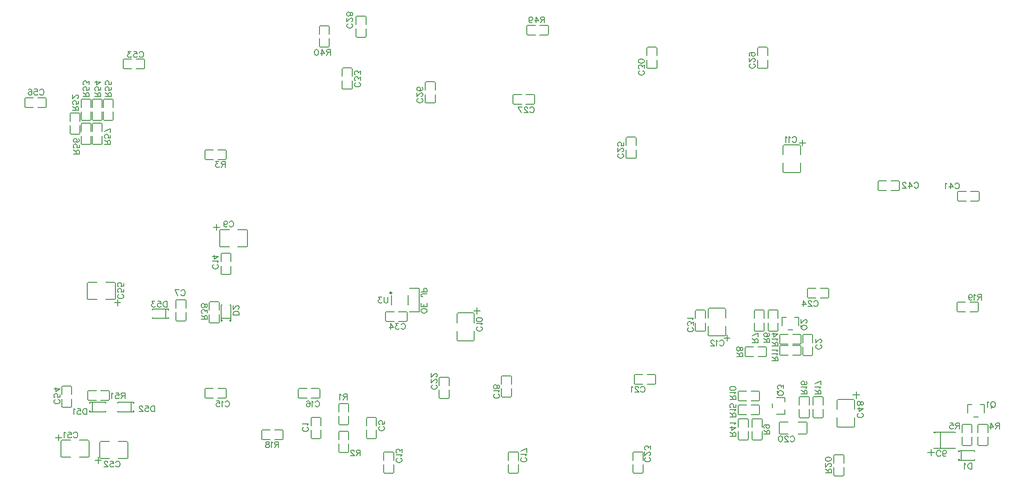
<source format=gbo>
G04 Layer: BottomSilkscreenLayer*
G04 EasyEDA v6.5.39, 2024-02-04 17:57:03*
G04 f6d63844dc264826aa4dc6ae726a4a04,5509f98a9368439c9cde498926e245b9,10*
G04 Gerber Generator version 0.2*
G04 Scale: 100 percent, Rotated: No, Reflected: No *
G04 Dimensions in inches *
G04 leading zeros omitted , absolute positions ,3 integer and 6 decimal *
%FSLAX36Y36*%
%MOIN*%

%ADD10C,0.0080*%
%ADD11C,0.0060*%
%ADD12C,0.0118*%

%LPD*%
D10*
X417500Y628000D02*
G01*
X417500Y583000D01*
X440000Y605500D02*
G01*
X395000Y605500D01*
X702500Y463000D02*
G01*
X702500Y418000D01*
X725000Y440500D02*
G01*
X680000Y440500D01*
X1557500Y2148000D02*
G01*
X1557500Y2103000D01*
X1580000Y2125500D02*
G01*
X1535000Y2125500D01*
X5787500Y2758000D02*
G01*
X5787500Y2713000D01*
X5810000Y2735500D02*
G01*
X5765000Y2735500D01*
X3437500Y1543000D02*
G01*
X3437500Y1498000D01*
X3460000Y1520500D02*
G01*
X3415000Y1520500D01*
X5242500Y1348000D02*
G01*
X5242500Y1303000D01*
X5265000Y1325500D02*
G01*
X5220000Y1325500D01*
X842500Y1603000D02*
G01*
X842500Y1558000D01*
X865000Y1580500D02*
G01*
X820000Y1580500D01*
X6715455Y522363D02*
G01*
X6715455Y473272D01*
X6740000Y497818D02*
G01*
X6690909Y497818D01*
X6175455Y937363D02*
G01*
X6175455Y888272D01*
X6200000Y912818D02*
G01*
X6150909Y912818D01*
D11*
X3075408Y1517273D02*
G01*
X3073364Y1513182D01*
X3069273Y1509090D01*
X3065182Y1507044D01*
X3059044Y1505000D01*
X3048818Y1505000D01*
X3042682Y1507044D01*
X3038590Y1509090D01*
X3034499Y1513182D01*
X3032455Y1517273D01*
X3032455Y1525455D01*
X3034499Y1529544D01*
X3038590Y1533636D01*
X3042682Y1535682D01*
X3048818Y1537726D01*
X3059044Y1537726D01*
X3065182Y1535682D01*
X3069273Y1533636D01*
X3073364Y1529544D01*
X3075408Y1525455D01*
X3075408Y1517273D01*
X3075408Y1551226D02*
G01*
X3032455Y1551226D01*
X3075408Y1551226D02*
G01*
X3075408Y1577818D01*
X3054955Y1551226D02*
G01*
X3054955Y1567591D01*
X3032455Y1551226D02*
G01*
X3032455Y1577818D01*
X3075408Y1643272D02*
G01*
X3042682Y1643272D01*
X3036544Y1641226D01*
X3034499Y1639182D01*
X3032455Y1635091D01*
X3032455Y1630999D01*
X3034499Y1626909D01*
X3036544Y1624863D01*
X3042682Y1622818D01*
X3046773Y1622818D01*
X3075408Y1656772D02*
G01*
X3032455Y1656772D01*
X3075408Y1656772D02*
G01*
X3075408Y1675181D01*
X3073364Y1681318D01*
X3071318Y1683364D01*
X3067227Y1685408D01*
X3061090Y1685408D01*
X3056999Y1683364D01*
X3054955Y1681318D01*
X3052908Y1675181D01*
X3052908Y1656772D01*
X2795000Y1620408D02*
G01*
X2795000Y1589726D01*
X2792955Y1583591D01*
X2788864Y1579499D01*
X2782727Y1577455D01*
X2778635Y1577455D01*
X2772500Y1579499D01*
X2768409Y1583591D01*
X2766364Y1589726D01*
X2766364Y1620408D01*
X2748773Y1620408D02*
G01*
X2726273Y1620408D01*
X2738545Y1604045D01*
X2732408Y1604045D01*
X2728317Y1601999D01*
X2726273Y1599955D01*
X2724227Y1593818D01*
X2724227Y1589726D01*
X2726273Y1583591D01*
X2730363Y1579499D01*
X2736499Y1577455D01*
X2742636Y1577455D01*
X2748773Y1579499D01*
X2750817Y1581545D01*
X2752863Y1585635D01*
X7080000Y1640399D02*
G01*
X7080000Y1597500D01*
X7080000Y1640399D02*
G01*
X7061599Y1640399D01*
X7055500Y1638400D01*
X7053400Y1636300D01*
X7051400Y1632199D01*
X7051400Y1628099D01*
X7053400Y1624000D01*
X7055500Y1621999D01*
X7061599Y1620000D01*
X7080000Y1620000D01*
X7065699Y1620000D02*
G01*
X7051400Y1597500D01*
X7037900Y1632199D02*
G01*
X7033800Y1634299D01*
X7027600Y1640399D01*
X7027600Y1597500D01*
X6987500Y1626100D02*
G01*
X6989600Y1620000D01*
X6993699Y1615900D01*
X6999799Y1613800D01*
X7001899Y1613800D01*
X7008000Y1615900D01*
X7012100Y1620000D01*
X7014099Y1626100D01*
X7014099Y1628099D01*
X7012100Y1634299D01*
X7008000Y1638400D01*
X7001899Y1640399D01*
X6999799Y1640399D01*
X6993699Y1638400D01*
X6989600Y1634299D01*
X6987500Y1626100D01*
X6987500Y1615900D01*
X6989600Y1605599D01*
X6993699Y1599499D01*
X6999799Y1597500D01*
X7003900Y1597500D01*
X7010000Y1599499D01*
X7012100Y1603600D01*
X1200000Y1590399D02*
G01*
X1200000Y1547500D01*
X1200000Y1590399D02*
G01*
X1185699Y1590399D01*
X1179499Y1588400D01*
X1175500Y1584299D01*
X1173400Y1580199D01*
X1171400Y1574000D01*
X1171400Y1563800D01*
X1173400Y1557699D01*
X1175500Y1553600D01*
X1179499Y1549499D01*
X1185699Y1547500D01*
X1200000Y1547500D01*
X1133299Y1590399D02*
G01*
X1153800Y1590399D01*
X1155799Y1571999D01*
X1153800Y1574000D01*
X1147600Y1576100D01*
X1141499Y1576100D01*
X1135399Y1574000D01*
X1131300Y1570000D01*
X1129200Y1563800D01*
X1129200Y1559699D01*
X1131300Y1553600D01*
X1135399Y1549499D01*
X1141499Y1547500D01*
X1147600Y1547500D01*
X1153800Y1549499D01*
X1155799Y1551500D01*
X1157899Y1555599D01*
X1111599Y1590399D02*
G01*
X1089099Y1590399D01*
X1101400Y1574000D01*
X1095299Y1574000D01*
X1091199Y1571999D01*
X1089099Y1570000D01*
X1087100Y1563800D01*
X1087100Y1559699D01*
X1089099Y1553600D01*
X1093199Y1549499D01*
X1099399Y1547500D01*
X1105500Y1547500D01*
X1111599Y1549499D01*
X1113699Y1551500D01*
X1115699Y1555599D01*
X2005000Y575399D02*
G01*
X2005000Y532500D01*
X2005000Y575399D02*
G01*
X1986599Y575399D01*
X1980500Y573400D01*
X1978400Y571300D01*
X1976400Y567199D01*
X1976400Y563099D01*
X1978400Y559000D01*
X1980500Y556999D01*
X1986599Y555000D01*
X2005000Y555000D01*
X1990699Y555000D02*
G01*
X1976400Y532500D01*
X1962899Y567199D02*
G01*
X1958800Y569299D01*
X1952600Y575399D01*
X1952600Y532500D01*
X1928900Y575399D02*
G01*
X1935000Y573400D01*
X1937100Y569299D01*
X1937100Y565199D01*
X1935000Y561100D01*
X1931000Y559000D01*
X1922799Y556999D01*
X1916599Y555000D01*
X1912500Y550900D01*
X1910500Y546799D01*
X1910500Y540599D01*
X1912500Y536500D01*
X1914600Y534499D01*
X1920699Y532500D01*
X1928900Y532500D01*
X1935000Y534499D01*
X1937100Y536500D01*
X1939099Y540599D01*
X1939099Y546799D01*
X1937100Y550900D01*
X1933000Y555000D01*
X1926899Y556999D01*
X1918699Y559000D01*
X1914600Y561100D01*
X1912500Y565199D01*
X1912500Y569299D01*
X1914600Y573400D01*
X1920699Y575399D01*
X1928900Y575399D01*
X5995409Y350000D02*
G01*
X5952455Y350000D01*
X5995409Y350000D02*
G01*
X5995409Y368409D01*
X5993364Y374544D01*
X5991318Y376590D01*
X5987227Y378636D01*
X5983136Y378636D01*
X5979044Y376590D01*
X5976999Y374544D01*
X5974955Y368409D01*
X5974955Y350000D01*
X5974955Y364317D02*
G01*
X5952455Y378636D01*
X5985182Y394182D02*
G01*
X5987227Y394182D01*
X5991318Y396226D01*
X5993364Y398272D01*
X5995409Y402363D01*
X5995409Y410545D01*
X5993364Y414636D01*
X5991318Y416682D01*
X5987227Y418726D01*
X5983136Y418726D01*
X5979044Y416682D01*
X5972909Y412591D01*
X5952455Y392136D01*
X5952455Y420772D01*
X5995409Y446545D02*
G01*
X5993364Y440408D01*
X5987227Y436318D01*
X5976999Y434272D01*
X5970864Y434272D01*
X5960636Y436318D01*
X5954499Y440408D01*
X5952455Y446545D01*
X5952455Y450635D01*
X5954499Y456772D01*
X5960636Y460864D01*
X5970864Y462908D01*
X5976999Y462908D01*
X5987227Y460864D01*
X5993364Y456772D01*
X5995409Y450635D01*
X5995409Y446545D01*
X5650409Y922273D02*
G01*
X5648364Y918182D01*
X5644273Y914090D01*
X5640182Y912044D01*
X5634044Y910000D01*
X5623818Y910000D01*
X5617682Y912044D01*
X5613590Y914090D01*
X5609499Y918182D01*
X5607455Y922273D01*
X5607455Y930455D01*
X5609499Y934544D01*
X5613590Y938636D01*
X5617682Y940682D01*
X5623818Y942726D01*
X5634044Y942726D01*
X5640182Y940682D01*
X5644273Y938636D01*
X5648364Y934544D01*
X5650409Y930455D01*
X5650409Y922273D01*
X5615636Y928409D02*
G01*
X5603364Y940682D01*
X5650409Y960318D02*
G01*
X5650409Y982818D01*
X5634044Y970545D01*
X5634044Y976682D01*
X5631999Y980772D01*
X5629955Y982818D01*
X5623818Y984863D01*
X5619727Y984863D01*
X5613590Y982818D01*
X5609499Y978726D01*
X5607455Y972591D01*
X5607455Y966455D01*
X5609499Y960318D01*
X5611544Y958272D01*
X5615636Y956226D01*
X5550409Y630000D02*
G01*
X5507455Y630000D01*
X5550409Y630000D02*
G01*
X5550409Y648409D01*
X5548364Y654544D01*
X5546318Y656590D01*
X5542227Y658636D01*
X5538136Y658636D01*
X5534044Y656590D01*
X5531999Y654544D01*
X5529955Y648409D01*
X5529955Y630000D01*
X5529955Y644317D02*
G01*
X5507455Y658636D01*
X5536090Y698726D02*
G01*
X5529955Y696682D01*
X5525864Y692591D01*
X5523818Y686455D01*
X5523818Y684409D01*
X5525864Y678272D01*
X5529955Y674182D01*
X5536090Y672136D01*
X5538136Y672136D01*
X5544273Y674182D01*
X5548364Y678272D01*
X5550409Y684409D01*
X5550409Y686455D01*
X5548364Y692591D01*
X5544273Y696682D01*
X5536090Y698726D01*
X5525864Y698726D01*
X5515636Y696682D01*
X5509499Y692591D01*
X5507455Y686455D01*
X5507455Y682363D01*
X5509499Y676226D01*
X5513590Y674182D01*
X5305409Y755000D02*
G01*
X5262455Y755000D01*
X5305409Y755000D02*
G01*
X5305409Y773409D01*
X5303364Y779544D01*
X5301318Y781590D01*
X5297227Y783636D01*
X5293136Y783636D01*
X5289044Y781590D01*
X5286999Y779544D01*
X5284955Y773409D01*
X5284955Y755000D01*
X5284955Y769317D02*
G01*
X5262455Y783636D01*
X5297227Y797136D02*
G01*
X5299273Y801226D01*
X5305409Y807363D01*
X5262455Y807363D01*
X5305409Y845408D02*
G01*
X5305409Y824954D01*
X5286999Y822908D01*
X5289044Y824954D01*
X5291090Y831091D01*
X5291090Y837226D01*
X5289044Y843364D01*
X5284955Y847454D01*
X5278818Y849499D01*
X5274727Y849499D01*
X5268590Y847454D01*
X5264499Y843364D01*
X5262455Y837226D01*
X5262455Y831091D01*
X5264499Y824954D01*
X5266544Y822908D01*
X5270636Y820864D01*
X5820409Y920000D02*
G01*
X5777455Y920000D01*
X5820409Y920000D02*
G01*
X5820409Y938409D01*
X5818364Y944544D01*
X5816318Y946590D01*
X5812227Y948636D01*
X5808136Y948636D01*
X5804044Y946590D01*
X5801999Y944544D01*
X5799955Y938409D01*
X5799955Y920000D01*
X5799955Y934317D02*
G01*
X5777455Y948636D01*
X5812227Y962136D02*
G01*
X5814273Y966226D01*
X5820409Y972363D01*
X5777455Y972363D01*
X5814273Y1010408D02*
G01*
X5818364Y1008364D01*
X5820409Y1002226D01*
X5820409Y998135D01*
X5818364Y991999D01*
X5812227Y987908D01*
X5801999Y985864D01*
X5791773Y985864D01*
X5783590Y987908D01*
X5779499Y991999D01*
X5777455Y998135D01*
X5777455Y1000181D01*
X5779499Y1006318D01*
X5783590Y1010408D01*
X5789727Y1012454D01*
X5791773Y1012454D01*
X5797909Y1010408D01*
X5801999Y1006318D01*
X5804044Y1000181D01*
X5804044Y998135D01*
X5801999Y991999D01*
X5797909Y987908D01*
X5791773Y985864D01*
X5920409Y920000D02*
G01*
X5877455Y920000D01*
X5920409Y920000D02*
G01*
X5920409Y938409D01*
X5918364Y944544D01*
X5916318Y946590D01*
X5912227Y948636D01*
X5908136Y948636D01*
X5904044Y946590D01*
X5901999Y944544D01*
X5899955Y938409D01*
X5899955Y920000D01*
X5899955Y934317D02*
G01*
X5877455Y948636D01*
X5912227Y962136D02*
G01*
X5914273Y966226D01*
X5920409Y972363D01*
X5877455Y972363D01*
X5920409Y1014499D02*
G01*
X5877455Y994045D01*
X5920409Y985864D02*
G01*
X5920409Y1014499D01*
X6215182Y780682D02*
G01*
X6219273Y778636D01*
X6223364Y774544D01*
X6225409Y770455D01*
X6225409Y762273D01*
X6223364Y758182D01*
X6219273Y754090D01*
X6215182Y752044D01*
X6209044Y750000D01*
X6198818Y750000D01*
X6192682Y752044D01*
X6188590Y754090D01*
X6184499Y758182D01*
X6182455Y762273D01*
X6182455Y770455D01*
X6184499Y774544D01*
X6188590Y778636D01*
X6192682Y780682D01*
X6225409Y814636D02*
G01*
X6196773Y794182D01*
X6196773Y824863D01*
X6225409Y814636D02*
G01*
X6182455Y814636D01*
X6225409Y848591D02*
G01*
X6223364Y842454D01*
X6219273Y840408D01*
X6215182Y840408D01*
X6211090Y842454D01*
X6209044Y846545D01*
X6206999Y854726D01*
X6204955Y860864D01*
X6200864Y864954D01*
X6196773Y866999D01*
X6190636Y866999D01*
X6186544Y864954D01*
X6184499Y862908D01*
X6182455Y856772D01*
X6182455Y848591D01*
X6184499Y842454D01*
X6186544Y840408D01*
X6190636Y838364D01*
X6196773Y838364D01*
X6200864Y840408D01*
X6204955Y844499D01*
X6206999Y850635D01*
X6209044Y858818D01*
X6211090Y862908D01*
X6215182Y864954D01*
X6219273Y864954D01*
X6223364Y862908D01*
X6225409Y856772D01*
X6225409Y848591D01*
X7167727Y865408D02*
G01*
X7171818Y863364D01*
X7175909Y859272D01*
X7177955Y855181D01*
X7180000Y849045D01*
X7180000Y838818D01*
X7177955Y832681D01*
X7175909Y828591D01*
X7171818Y824499D01*
X7167727Y822454D01*
X7159544Y822454D01*
X7155455Y824499D01*
X7151364Y828591D01*
X7149318Y832681D01*
X7147272Y838818D01*
X7147272Y849045D01*
X7149318Y855181D01*
X7151364Y859272D01*
X7155455Y863364D01*
X7159544Y865408D01*
X7167727Y865408D01*
X7161590Y830635D02*
G01*
X7149318Y818364D01*
X7133773Y857226D02*
G01*
X7129682Y859272D01*
X7123545Y865408D01*
X7123545Y822454D01*
X5820409Y1397273D02*
G01*
X5818364Y1393182D01*
X5814273Y1389090D01*
X5810182Y1387044D01*
X5804044Y1385000D01*
X5793818Y1385000D01*
X5787682Y1387044D01*
X5783590Y1389090D01*
X5779499Y1393182D01*
X5777455Y1397273D01*
X5777455Y1405455D01*
X5779499Y1409544D01*
X5783590Y1413636D01*
X5787682Y1415682D01*
X5793818Y1417726D01*
X5804044Y1417726D01*
X5810182Y1415682D01*
X5814273Y1413636D01*
X5818364Y1409544D01*
X5820409Y1405455D01*
X5820409Y1397273D01*
X5785636Y1403409D02*
G01*
X5773364Y1415682D01*
X5810182Y1433272D02*
G01*
X5812227Y1433272D01*
X5816318Y1435318D01*
X5818364Y1437363D01*
X5820409Y1441455D01*
X5820409Y1449636D01*
X5818364Y1453726D01*
X5816318Y1455772D01*
X5812227Y1457818D01*
X5808136Y1457818D01*
X5804044Y1455772D01*
X5797909Y1451682D01*
X5777455Y1431226D01*
X5777455Y1459863D01*
X279697Y3112701D02*
G01*
X281743Y3116792D01*
X285835Y3120884D01*
X289924Y3122928D01*
X298107Y3122928D01*
X302197Y3120884D01*
X306289Y3116792D01*
X308335Y3112701D01*
X310380Y3106565D01*
X310380Y3096338D01*
X308335Y3090201D01*
X306289Y3086111D01*
X302197Y3082020D01*
X298107Y3079974D01*
X289924Y3079974D01*
X285835Y3082020D01*
X281743Y3086111D01*
X279697Y3090201D01*
X241653Y3122928D02*
G01*
X262107Y3122928D01*
X264153Y3104520D01*
X262107Y3106565D01*
X255970Y3108611D01*
X249834Y3108611D01*
X243697Y3106565D01*
X239607Y3102474D01*
X237561Y3096338D01*
X237561Y3092247D01*
X239607Y3086111D01*
X243697Y3082020D01*
X249834Y3079974D01*
X255970Y3079974D01*
X262107Y3082020D01*
X264153Y3084065D01*
X266197Y3088155D01*
X199515Y3116792D02*
G01*
X201561Y3120884D01*
X207698Y3122928D01*
X211788Y3122928D01*
X217925Y3120884D01*
X222015Y3114747D01*
X224061Y3104520D01*
X224061Y3094292D01*
X222015Y3086111D01*
X217925Y3082020D01*
X211788Y3079974D01*
X209744Y3079974D01*
X203607Y3082020D01*
X199515Y3086111D01*
X197471Y3092247D01*
X197471Y3094292D01*
X199515Y3100428D01*
X203607Y3104520D01*
X209744Y3106565D01*
X211788Y3106565D01*
X217925Y3104520D01*
X222015Y3100428D01*
X224061Y3094292D01*
X2210182Y680682D02*
G01*
X2214273Y678636D01*
X2218364Y674544D01*
X2220408Y670455D01*
X2220408Y662273D01*
X2218364Y658182D01*
X2214273Y654090D01*
X2210182Y652044D01*
X2204044Y650000D01*
X2193818Y650000D01*
X2187682Y652044D01*
X2183590Y654090D01*
X2179499Y658182D01*
X2177455Y662273D01*
X2177455Y670455D01*
X2179499Y674544D01*
X2183590Y678636D01*
X2187682Y680682D01*
X2212227Y694182D02*
G01*
X2214273Y698272D01*
X2220408Y704409D01*
X2177455Y704409D01*
X5915182Y1275682D02*
G01*
X5919273Y1273636D01*
X5923364Y1269544D01*
X5925409Y1265455D01*
X5925409Y1257273D01*
X5923364Y1253182D01*
X5919273Y1249090D01*
X5915182Y1247044D01*
X5909044Y1245000D01*
X5898818Y1245000D01*
X5892682Y1247044D01*
X5888590Y1249090D01*
X5884499Y1253182D01*
X5882455Y1257273D01*
X5882455Y1265455D01*
X5884499Y1269544D01*
X5888590Y1273636D01*
X5892682Y1275682D01*
X5915182Y1291226D02*
G01*
X5917227Y1291226D01*
X5921318Y1293272D01*
X5923364Y1295318D01*
X5925409Y1299409D01*
X5925409Y1307591D01*
X5923364Y1311682D01*
X5921318Y1313726D01*
X5917227Y1315772D01*
X5913136Y1315772D01*
X5909044Y1313726D01*
X5902909Y1309636D01*
X5882455Y1289182D01*
X5882455Y1317818D01*
X2760182Y685682D02*
G01*
X2764273Y683636D01*
X2768364Y679544D01*
X2770408Y675455D01*
X2770408Y667273D01*
X2768364Y663182D01*
X2764273Y659090D01*
X2760182Y657044D01*
X2754044Y655000D01*
X2743818Y655000D01*
X2737682Y657044D01*
X2733590Y659090D01*
X2729499Y663182D01*
X2727455Y667273D01*
X2727455Y675455D01*
X2729499Y679544D01*
X2733590Y683636D01*
X2737682Y685682D01*
X2770408Y723726D02*
G01*
X2770408Y703272D01*
X2751999Y701226D01*
X2754044Y703272D01*
X2756090Y709409D01*
X2756090Y715545D01*
X2754044Y721682D01*
X2749955Y725772D01*
X2743818Y727818D01*
X2739727Y727818D01*
X2733590Y725772D01*
X2729499Y721682D01*
X2727455Y715545D01*
X2727455Y709409D01*
X2729499Y703272D01*
X2731544Y701226D01*
X2735636Y699182D01*
X2885182Y455682D02*
G01*
X2889273Y453636D01*
X2893364Y449544D01*
X2895408Y445455D01*
X2895408Y437273D01*
X2893364Y433182D01*
X2889273Y429090D01*
X2885182Y427044D01*
X2879044Y425000D01*
X2868818Y425000D01*
X2862682Y427044D01*
X2858590Y429090D01*
X2854499Y433182D01*
X2852455Y437273D01*
X2852455Y445455D01*
X2854499Y449544D01*
X2858590Y453636D01*
X2862682Y455682D01*
X2887227Y469182D02*
G01*
X2889273Y473272D01*
X2895408Y479409D01*
X2852455Y479409D01*
X2895408Y496999D02*
G01*
X2895408Y519499D01*
X2879044Y507226D01*
X2879044Y513364D01*
X2876999Y517454D01*
X2874955Y519499D01*
X2868818Y521545D01*
X2864727Y521545D01*
X2858590Y519499D01*
X2854499Y515408D01*
X2852455Y509272D01*
X2852455Y503135D01*
X2854499Y496999D01*
X2856544Y494954D01*
X2860636Y492908D01*
X1560182Y1855682D02*
G01*
X1564273Y1853636D01*
X1568364Y1849544D01*
X1570408Y1845455D01*
X1570408Y1837273D01*
X1568364Y1833182D01*
X1564273Y1829090D01*
X1560182Y1827044D01*
X1554044Y1825000D01*
X1543818Y1825000D01*
X1537682Y1827044D01*
X1533590Y1829090D01*
X1529499Y1833182D01*
X1527455Y1837273D01*
X1527455Y1845455D01*
X1529499Y1849544D01*
X1533590Y1853636D01*
X1537682Y1855682D01*
X1562227Y1869182D02*
G01*
X1564273Y1873272D01*
X1570408Y1879409D01*
X1527455Y1879409D01*
X1570408Y1913364D02*
G01*
X1541773Y1892908D01*
X1541773Y1923591D01*
X1570408Y1913364D02*
G01*
X1527455Y1913364D01*
X1619318Y860181D02*
G01*
X1621364Y864272D01*
X1625455Y868364D01*
X1629544Y870408D01*
X1637727Y870408D01*
X1641818Y868364D01*
X1645909Y864272D01*
X1647955Y860181D01*
X1650000Y854045D01*
X1650000Y843818D01*
X1647955Y837681D01*
X1645909Y833591D01*
X1641818Y829499D01*
X1637727Y827454D01*
X1629544Y827454D01*
X1625455Y829499D01*
X1621364Y833591D01*
X1619318Y837681D01*
X1605817Y862226D02*
G01*
X1601727Y864272D01*
X1595591Y870408D01*
X1595591Y827454D01*
X1557545Y870408D02*
G01*
X1578000Y870408D01*
X1580045Y851999D01*
X1578000Y854045D01*
X1571863Y856091D01*
X1565726Y856091D01*
X1559591Y854045D01*
X1555500Y849954D01*
X1553455Y843818D01*
X1553455Y839726D01*
X1555500Y833591D01*
X1559591Y829499D01*
X1565726Y827454D01*
X1571863Y827454D01*
X1578000Y829499D01*
X1580045Y831545D01*
X1582091Y835635D01*
X2269318Y860181D02*
G01*
X2271364Y864272D01*
X2275455Y868364D01*
X2279544Y870408D01*
X2287727Y870408D01*
X2291818Y868364D01*
X2295909Y864272D01*
X2297955Y860181D01*
X2300000Y854045D01*
X2300000Y843818D01*
X2297955Y837681D01*
X2295909Y833591D01*
X2291818Y829499D01*
X2287727Y827454D01*
X2279544Y827454D01*
X2275455Y829499D01*
X2271364Y833591D01*
X2269318Y837681D01*
X2255817Y862226D02*
G01*
X2251727Y864272D01*
X2245591Y870408D01*
X2245591Y827454D01*
X2207545Y864272D02*
G01*
X2209591Y868364D01*
X2215726Y870408D01*
X2219817Y870408D01*
X2225955Y868364D01*
X2230045Y862226D01*
X2232091Y851999D01*
X2232091Y841772D01*
X2230045Y833591D01*
X2225955Y829499D01*
X2219817Y827454D01*
X2217772Y827454D01*
X2211635Y829499D01*
X2207545Y833591D01*
X2205500Y839726D01*
X2205500Y841772D01*
X2207545Y847908D01*
X2211635Y851999D01*
X2217772Y854045D01*
X2219817Y854045D01*
X2225955Y851999D01*
X2230045Y847908D01*
X2232091Y841772D01*
X3785182Y460682D02*
G01*
X3789273Y458636D01*
X3793364Y454544D01*
X3795408Y450455D01*
X3795408Y442273D01*
X3793364Y438182D01*
X3789273Y434090D01*
X3785182Y432044D01*
X3779044Y430000D01*
X3768818Y430000D01*
X3762682Y432044D01*
X3758590Y434090D01*
X3754499Y438182D01*
X3752455Y442273D01*
X3752455Y450455D01*
X3754499Y454544D01*
X3758590Y458636D01*
X3762682Y460682D01*
X3787227Y474182D02*
G01*
X3789273Y478272D01*
X3795408Y484409D01*
X3752455Y484409D01*
X3795408Y526545D02*
G01*
X3752455Y506091D01*
X3795408Y497908D02*
G01*
X3795408Y526545D01*
X3590182Y920682D02*
G01*
X3594273Y918636D01*
X3598364Y914544D01*
X3600408Y910455D01*
X3600408Y902273D01*
X3598364Y898182D01*
X3594273Y894090D01*
X3590182Y892044D01*
X3584044Y890000D01*
X3573818Y890000D01*
X3567682Y892044D01*
X3563590Y894090D01*
X3559499Y898182D01*
X3557455Y902273D01*
X3557455Y910455D01*
X3559499Y914544D01*
X3563590Y918636D01*
X3567682Y920682D01*
X3592227Y934182D02*
G01*
X3594273Y938272D01*
X3600408Y944409D01*
X3557455Y944409D01*
X3600408Y968135D02*
G01*
X3598364Y961999D01*
X3594273Y959954D01*
X3590182Y959954D01*
X3586090Y961999D01*
X3584044Y966091D01*
X3581999Y974272D01*
X3579955Y980408D01*
X3575864Y984499D01*
X3571773Y986545D01*
X3565636Y986545D01*
X3561544Y984499D01*
X3559499Y982454D01*
X3557455Y976318D01*
X3557455Y968135D01*
X3559499Y961999D01*
X3561544Y959954D01*
X3565636Y957908D01*
X3571773Y957908D01*
X3575864Y959954D01*
X3579955Y964045D01*
X3581999Y970181D01*
X3584044Y978364D01*
X3586090Y982454D01*
X3590182Y984499D01*
X3594273Y984499D01*
X3598364Y982454D01*
X3600408Y976318D01*
X3600408Y968135D01*
X4619318Y965181D02*
G01*
X4621364Y969272D01*
X4625455Y973364D01*
X4629544Y975408D01*
X4637727Y975408D01*
X4641818Y973364D01*
X4645909Y969272D01*
X4647955Y965181D01*
X4650000Y959045D01*
X4650000Y948818D01*
X4647955Y942681D01*
X4645909Y938591D01*
X4641818Y934499D01*
X4637727Y932454D01*
X4629544Y932454D01*
X4625455Y934499D01*
X4621364Y938591D01*
X4619318Y942681D01*
X4603773Y965181D02*
G01*
X4603773Y967226D01*
X4601727Y971318D01*
X4599682Y973364D01*
X4595591Y975408D01*
X4587408Y975408D01*
X4583317Y973364D01*
X4581273Y971318D01*
X4579227Y967226D01*
X4579227Y963135D01*
X4581273Y959045D01*
X4585364Y952908D01*
X4605817Y932454D01*
X4577182Y932454D01*
X4563681Y967226D02*
G01*
X4559591Y969272D01*
X4553455Y975408D01*
X4553455Y932454D01*
X3140182Y985682D02*
G01*
X3144273Y983636D01*
X3148364Y979544D01*
X3150408Y975455D01*
X3150408Y967273D01*
X3148364Y963182D01*
X3144273Y959090D01*
X3140182Y957044D01*
X3134044Y955000D01*
X3123818Y955000D01*
X3117682Y957044D01*
X3113590Y959090D01*
X3109499Y963182D01*
X3107455Y967273D01*
X3107455Y975455D01*
X3109499Y979544D01*
X3113590Y983636D01*
X3117682Y985682D01*
X3140182Y1001226D02*
G01*
X3142227Y1001226D01*
X3146318Y1003272D01*
X3148364Y1005318D01*
X3150408Y1009409D01*
X3150408Y1017591D01*
X3148364Y1021682D01*
X3146318Y1023726D01*
X3142227Y1025772D01*
X3138136Y1025772D01*
X3134044Y1023726D01*
X3127908Y1019636D01*
X3107455Y999182D01*
X3107455Y1027818D01*
X3140182Y1043364D02*
G01*
X3142227Y1043364D01*
X3146318Y1045408D01*
X3148364Y1047454D01*
X3150408Y1051545D01*
X3150408Y1059726D01*
X3148364Y1063818D01*
X3146318Y1065864D01*
X3142227Y1067908D01*
X3138136Y1067908D01*
X3134044Y1065864D01*
X3127908Y1061772D01*
X3107455Y1041318D01*
X3107455Y1069955D01*
X4680182Y460682D02*
G01*
X4684273Y458636D01*
X4688364Y454544D01*
X4690409Y450455D01*
X4690409Y442273D01*
X4688364Y438182D01*
X4684273Y434090D01*
X4680182Y432044D01*
X4674044Y430000D01*
X4663818Y430000D01*
X4657682Y432044D01*
X4653590Y434090D01*
X4649499Y438182D01*
X4647455Y442273D01*
X4647455Y450455D01*
X4649499Y454544D01*
X4653590Y458636D01*
X4657682Y460682D01*
X4680182Y476226D02*
G01*
X4682227Y476226D01*
X4686318Y478272D01*
X4688364Y480318D01*
X4690409Y484409D01*
X4690409Y492591D01*
X4688364Y496682D01*
X4686318Y498726D01*
X4682227Y500772D01*
X4678136Y500772D01*
X4674044Y498726D01*
X4667909Y494636D01*
X4647455Y474182D01*
X4647455Y502818D01*
X4690409Y520408D02*
G01*
X4690409Y542908D01*
X4674044Y530635D01*
X4674044Y536772D01*
X4671999Y540864D01*
X4669955Y542908D01*
X4663818Y544954D01*
X4659727Y544954D01*
X4653590Y542908D01*
X4649499Y538818D01*
X4647455Y532681D01*
X4647455Y526545D01*
X4649499Y520408D01*
X4651544Y518364D01*
X4655636Y516318D01*
X5869318Y1585181D02*
G01*
X5871364Y1589272D01*
X5875455Y1593364D01*
X5879544Y1595408D01*
X5887727Y1595408D01*
X5891818Y1593364D01*
X5895909Y1589272D01*
X5897955Y1585181D01*
X5900000Y1579045D01*
X5900000Y1568818D01*
X5897955Y1562681D01*
X5895909Y1558591D01*
X5891818Y1554499D01*
X5887727Y1552455D01*
X5879544Y1552455D01*
X5875455Y1554499D01*
X5871364Y1558591D01*
X5869318Y1562681D01*
X5853773Y1585181D02*
G01*
X5853773Y1587226D01*
X5851727Y1591318D01*
X5849682Y1593364D01*
X5845591Y1595408D01*
X5837408Y1595408D01*
X5833317Y1593364D01*
X5831273Y1591318D01*
X5829227Y1587226D01*
X5829227Y1583135D01*
X5831273Y1579045D01*
X5835364Y1572908D01*
X5855817Y1552455D01*
X5827182Y1552455D01*
X5793226Y1595408D02*
G01*
X5813681Y1566772D01*
X5783000Y1566772D01*
X5793226Y1595408D02*
G01*
X5793226Y1552455D01*
X4485182Y2655682D02*
G01*
X4489273Y2653636D01*
X4493364Y2649544D01*
X4495409Y2645455D01*
X4495409Y2637273D01*
X4493364Y2633182D01*
X4489273Y2629090D01*
X4485182Y2627044D01*
X4479044Y2625000D01*
X4468818Y2625000D01*
X4462682Y2627044D01*
X4458590Y2629090D01*
X4454499Y2633182D01*
X4452455Y2637273D01*
X4452455Y2645455D01*
X4454499Y2649544D01*
X4458590Y2653636D01*
X4462682Y2655682D01*
X4485182Y2671226D02*
G01*
X4487227Y2671226D01*
X4491318Y2673272D01*
X4493364Y2675318D01*
X4495409Y2679409D01*
X4495409Y2687591D01*
X4493364Y2691682D01*
X4491318Y2693726D01*
X4487227Y2695772D01*
X4483136Y2695772D01*
X4479044Y2693726D01*
X4472909Y2689636D01*
X4452455Y2669182D01*
X4452455Y2697818D01*
X4495409Y2735864D02*
G01*
X4495409Y2715408D01*
X4476999Y2713364D01*
X4479044Y2715408D01*
X4481090Y2721545D01*
X4481090Y2727682D01*
X4479044Y2733818D01*
X4474955Y2737908D01*
X4468818Y2739955D01*
X4464727Y2739955D01*
X4458590Y2737908D01*
X4454499Y2733818D01*
X4452455Y2727682D01*
X4452455Y2721545D01*
X4454499Y2715408D01*
X4456544Y2713364D01*
X4460636Y2711318D01*
X3035182Y3055682D02*
G01*
X3039273Y3053636D01*
X3043364Y3049544D01*
X3045408Y3045455D01*
X3045408Y3037273D01*
X3043364Y3033182D01*
X3039273Y3029090D01*
X3035182Y3027044D01*
X3029044Y3025000D01*
X3018818Y3025000D01*
X3012682Y3027044D01*
X3008590Y3029090D01*
X3004499Y3033182D01*
X3002455Y3037273D01*
X3002455Y3045455D01*
X3004499Y3049544D01*
X3008590Y3053636D01*
X3012682Y3055682D01*
X3035182Y3071226D02*
G01*
X3037227Y3071226D01*
X3041318Y3073272D01*
X3043364Y3075318D01*
X3045408Y3079409D01*
X3045408Y3087591D01*
X3043364Y3091682D01*
X3041318Y3093726D01*
X3037227Y3095772D01*
X3033136Y3095772D01*
X3029044Y3093726D01*
X3022908Y3089636D01*
X3002455Y3069182D01*
X3002455Y3097818D01*
X3039273Y3135864D02*
G01*
X3043364Y3133818D01*
X3045408Y3127682D01*
X3045408Y3123591D01*
X3043364Y3117455D01*
X3037227Y3113364D01*
X3026999Y3111318D01*
X3016773Y3111318D01*
X3008590Y3113364D01*
X3004499Y3117455D01*
X3002455Y3123591D01*
X3002455Y3125635D01*
X3004499Y3131772D01*
X3008590Y3135864D01*
X3014727Y3137908D01*
X3016773Y3137908D01*
X3022908Y3135864D01*
X3026999Y3131772D01*
X3029044Y3125635D01*
X3029044Y3123591D01*
X3026999Y3117455D01*
X3022908Y3113364D01*
X3016773Y3111318D01*
X3819318Y2985182D02*
G01*
X3821364Y2989272D01*
X3825455Y2993364D01*
X3829544Y2995408D01*
X3837727Y2995408D01*
X3841818Y2993364D01*
X3845909Y2989272D01*
X3847955Y2985182D01*
X3850000Y2979045D01*
X3850000Y2968818D01*
X3847955Y2962682D01*
X3845909Y2958591D01*
X3841818Y2954499D01*
X3837727Y2952455D01*
X3829544Y2952455D01*
X3825455Y2954499D01*
X3821364Y2958591D01*
X3819318Y2962682D01*
X3803773Y2985182D02*
G01*
X3803773Y2987226D01*
X3801727Y2991318D01*
X3799682Y2993364D01*
X3795591Y2995408D01*
X3787408Y2995408D01*
X3783317Y2993364D01*
X3781273Y2991318D01*
X3779227Y2987226D01*
X3779227Y2983135D01*
X3781273Y2979045D01*
X3785363Y2972908D01*
X3805817Y2952455D01*
X3777182Y2952455D01*
X3735045Y2995408D02*
G01*
X3755500Y2952455D01*
X3763681Y2995408D02*
G01*
X3735045Y2995408D01*
X2530182Y3595682D02*
G01*
X2534273Y3593636D01*
X2538364Y3589544D01*
X2540408Y3585455D01*
X2540408Y3577273D01*
X2538364Y3573182D01*
X2534273Y3569090D01*
X2530182Y3567044D01*
X2524044Y3565000D01*
X2513818Y3565000D01*
X2507682Y3567044D01*
X2503590Y3569090D01*
X2499499Y3573182D01*
X2497455Y3577273D01*
X2497455Y3585455D01*
X2499499Y3589544D01*
X2503590Y3593636D01*
X2507682Y3595682D01*
X2530182Y3611226D02*
G01*
X2532227Y3611226D01*
X2536318Y3613272D01*
X2538364Y3615318D01*
X2540408Y3619409D01*
X2540408Y3627591D01*
X2538364Y3631682D01*
X2536318Y3633726D01*
X2532227Y3635772D01*
X2528136Y3635772D01*
X2524044Y3633726D01*
X2517908Y3629636D01*
X2497455Y3609182D01*
X2497455Y3637818D01*
X2540408Y3661545D02*
G01*
X2538364Y3655408D01*
X2534273Y3653364D01*
X2530182Y3653364D01*
X2526090Y3655408D01*
X2524044Y3659499D01*
X2521999Y3667682D01*
X2519955Y3673818D01*
X2515864Y3677908D01*
X2511773Y3679955D01*
X2505636Y3679955D01*
X2501544Y3677908D01*
X2499499Y3675864D01*
X2497455Y3669726D01*
X2497455Y3661545D01*
X2499499Y3655408D01*
X2501544Y3653364D01*
X2505636Y3651318D01*
X2511773Y3651318D01*
X2515864Y3653364D01*
X2519955Y3657455D01*
X2521999Y3663591D01*
X2524044Y3671772D01*
X2526090Y3675864D01*
X2530182Y3677908D01*
X2534273Y3677908D01*
X2538364Y3675864D01*
X2540408Y3669726D01*
X2540408Y3661545D01*
X5435182Y3305682D02*
G01*
X5439273Y3303636D01*
X5443364Y3299544D01*
X5445409Y3295455D01*
X5445409Y3287273D01*
X5443364Y3283182D01*
X5439273Y3279090D01*
X5435182Y3277044D01*
X5429044Y3275000D01*
X5418818Y3275000D01*
X5412682Y3277044D01*
X5408590Y3279090D01*
X5404499Y3283182D01*
X5402455Y3287273D01*
X5402455Y3295455D01*
X5404499Y3299544D01*
X5408590Y3303636D01*
X5412682Y3305682D01*
X5435182Y3321226D02*
G01*
X5437227Y3321226D01*
X5441318Y3323272D01*
X5443364Y3325318D01*
X5445409Y3329409D01*
X5445409Y3337591D01*
X5443364Y3341682D01*
X5441318Y3343726D01*
X5437227Y3345772D01*
X5433136Y3345772D01*
X5429044Y3343726D01*
X5422909Y3339636D01*
X5402455Y3319182D01*
X5402455Y3347818D01*
X5431090Y3387908D02*
G01*
X5424955Y3385864D01*
X5420864Y3381772D01*
X5418818Y3375635D01*
X5418818Y3373591D01*
X5420864Y3367455D01*
X5424955Y3363364D01*
X5431090Y3361318D01*
X5433136Y3361318D01*
X5439273Y3363364D01*
X5443364Y3367455D01*
X5445409Y3373591D01*
X5445409Y3375635D01*
X5443364Y3381772D01*
X5439273Y3385864D01*
X5431090Y3387908D01*
X5420864Y3387908D01*
X5410636Y3385864D01*
X5404499Y3381772D01*
X5402455Y3375635D01*
X5402455Y3371545D01*
X5404499Y3365408D01*
X5408590Y3363364D01*
X4635182Y3255682D02*
G01*
X4639273Y3253636D01*
X4643364Y3249544D01*
X4645409Y3245455D01*
X4645409Y3237273D01*
X4643364Y3233182D01*
X4639273Y3229090D01*
X4635182Y3227044D01*
X4629044Y3225000D01*
X4618818Y3225000D01*
X4612682Y3227044D01*
X4608590Y3229090D01*
X4604499Y3233182D01*
X4602455Y3237273D01*
X4602455Y3245455D01*
X4604499Y3249544D01*
X4608590Y3253636D01*
X4612682Y3255682D01*
X4645409Y3273272D02*
G01*
X4645409Y3295772D01*
X4629044Y3283499D01*
X4629044Y3289636D01*
X4626999Y3293726D01*
X4624955Y3295772D01*
X4618818Y3297818D01*
X4614727Y3297818D01*
X4608590Y3295772D01*
X4604499Y3291682D01*
X4602455Y3285545D01*
X4602455Y3279409D01*
X4604499Y3273272D01*
X4606544Y3271226D01*
X4610636Y3269182D01*
X4645409Y3323591D02*
G01*
X4643364Y3317455D01*
X4637227Y3313364D01*
X4626999Y3311318D01*
X4620864Y3311318D01*
X4610636Y3313364D01*
X4604499Y3317455D01*
X4602455Y3323591D01*
X4602455Y3327682D01*
X4604499Y3333818D01*
X4610636Y3337908D01*
X4620864Y3339955D01*
X4626999Y3339955D01*
X4637227Y3337908D01*
X4643364Y3333818D01*
X4645409Y3327682D01*
X4645409Y3323591D01*
X4990182Y1400682D02*
G01*
X4994273Y1398636D01*
X4998364Y1394544D01*
X5000409Y1390455D01*
X5000409Y1382273D01*
X4998364Y1378182D01*
X4994273Y1374090D01*
X4990182Y1372044D01*
X4984044Y1370000D01*
X4973818Y1370000D01*
X4967682Y1372044D01*
X4963590Y1374090D01*
X4959499Y1378182D01*
X4957455Y1382273D01*
X4957455Y1390455D01*
X4959499Y1394544D01*
X4963590Y1398636D01*
X4967682Y1400682D01*
X5000409Y1418272D02*
G01*
X5000409Y1440772D01*
X4984044Y1428499D01*
X4984044Y1434636D01*
X4981999Y1438726D01*
X4979955Y1440772D01*
X4973818Y1442818D01*
X4969727Y1442818D01*
X4963590Y1440772D01*
X4959499Y1436682D01*
X4957455Y1430545D01*
X4957455Y1424409D01*
X4959499Y1418272D01*
X4961544Y1416226D01*
X4965636Y1414182D01*
X4992227Y1456318D02*
G01*
X4994273Y1460408D01*
X5000409Y1466545D01*
X4957455Y1466545D01*
X2585182Y3170682D02*
G01*
X2589273Y3168636D01*
X2593364Y3164544D01*
X2595408Y3160455D01*
X2595408Y3152273D01*
X2593364Y3148182D01*
X2589273Y3144090D01*
X2585182Y3142044D01*
X2579044Y3140000D01*
X2568818Y3140000D01*
X2562682Y3142044D01*
X2558590Y3144090D01*
X2554499Y3148182D01*
X2552455Y3152273D01*
X2552455Y3160455D01*
X2554499Y3164544D01*
X2558590Y3168636D01*
X2562682Y3170682D01*
X2595408Y3188272D02*
G01*
X2595408Y3210772D01*
X2579044Y3198499D01*
X2579044Y3204636D01*
X2576999Y3208726D01*
X2574955Y3210772D01*
X2568818Y3212818D01*
X2564727Y3212818D01*
X2558590Y3210772D01*
X2554499Y3206682D01*
X2552455Y3200545D01*
X2552455Y3194409D01*
X2554499Y3188272D01*
X2556544Y3186226D01*
X2560636Y3184182D01*
X2595408Y3230408D02*
G01*
X2595408Y3252908D01*
X2579044Y3240635D01*
X2579044Y3246772D01*
X2576999Y3250864D01*
X2574955Y3252908D01*
X2568818Y3254955D01*
X2564727Y3254955D01*
X2558590Y3252908D01*
X2554499Y3248818D01*
X2552455Y3242682D01*
X2552455Y3236545D01*
X2554499Y3230408D01*
X2556544Y3228364D01*
X2560636Y3226318D01*
X6889318Y2435182D02*
G01*
X6891364Y2439272D01*
X6895455Y2443364D01*
X6899544Y2445408D01*
X6907727Y2445408D01*
X6911818Y2443364D01*
X6915909Y2439272D01*
X6917955Y2435182D01*
X6920000Y2429045D01*
X6920000Y2418818D01*
X6917955Y2412682D01*
X6915909Y2408591D01*
X6911818Y2404499D01*
X6907727Y2402455D01*
X6899544Y2402455D01*
X6895455Y2404499D01*
X6891364Y2408591D01*
X6889318Y2412682D01*
X6855364Y2445408D02*
G01*
X6875817Y2416772D01*
X6845136Y2416772D01*
X6855364Y2445408D02*
G01*
X6855364Y2402455D01*
X6831635Y2437226D02*
G01*
X6827545Y2439272D01*
X6821409Y2445408D01*
X6821409Y2402455D01*
X6594318Y2440182D02*
G01*
X6596364Y2444272D01*
X6600455Y2448364D01*
X6604544Y2450408D01*
X6612727Y2450408D01*
X6616818Y2448364D01*
X6620909Y2444272D01*
X6622955Y2440182D01*
X6625000Y2434045D01*
X6625000Y2423818D01*
X6622955Y2417682D01*
X6620909Y2413591D01*
X6616818Y2409499D01*
X6612727Y2407455D01*
X6604544Y2407455D01*
X6600455Y2409499D01*
X6596364Y2413591D01*
X6594318Y2417682D01*
X6560364Y2450408D02*
G01*
X6580817Y2421772D01*
X6550136Y2421772D01*
X6560364Y2450408D02*
G01*
X6560364Y2407455D01*
X6534591Y2440182D02*
G01*
X6534591Y2442226D01*
X6532545Y2446318D01*
X6530500Y2448364D01*
X6526409Y2450408D01*
X6518226Y2450408D01*
X6514135Y2448364D01*
X6512091Y2446318D01*
X6510045Y2442226D01*
X6510045Y2438135D01*
X6512091Y2434045D01*
X6516181Y2427908D01*
X6536635Y2407455D01*
X6508000Y2407455D01*
X999318Y3385182D02*
G01*
X1001364Y3389272D01*
X1005455Y3393364D01*
X1009544Y3395408D01*
X1017727Y3395408D01*
X1021818Y3393364D01*
X1025909Y3389272D01*
X1027955Y3385182D01*
X1030000Y3379045D01*
X1030000Y3368818D01*
X1027955Y3362682D01*
X1025909Y3358591D01*
X1021818Y3354499D01*
X1017727Y3352455D01*
X1009544Y3352455D01*
X1005455Y3354499D01*
X1001364Y3358591D01*
X999318Y3362682D01*
X961273Y3395408D02*
G01*
X981727Y3395408D01*
X983773Y3376999D01*
X981727Y3379045D01*
X975591Y3381091D01*
X969454Y3381091D01*
X963317Y3379045D01*
X959227Y3374955D01*
X957182Y3368818D01*
X957182Y3364726D01*
X959227Y3358591D01*
X963317Y3354499D01*
X969454Y3352455D01*
X975591Y3352455D01*
X981727Y3354499D01*
X983773Y3356545D01*
X985817Y3360635D01*
X939591Y3395408D02*
G01*
X917091Y3395408D01*
X929363Y3379045D01*
X923226Y3379045D01*
X919135Y3376999D01*
X917091Y3374955D01*
X915045Y3368818D01*
X915045Y3364726D01*
X917091Y3358591D01*
X921181Y3354499D01*
X927317Y3352455D01*
X933455Y3352455D01*
X939591Y3354499D01*
X941635Y3356545D01*
X943681Y3360635D01*
X415181Y880682D02*
G01*
X419272Y878636D01*
X423364Y874544D01*
X425408Y870455D01*
X425408Y862273D01*
X423364Y858182D01*
X419272Y854090D01*
X415181Y852044D01*
X409045Y850000D01*
X398818Y850000D01*
X392681Y852044D01*
X388591Y854090D01*
X384499Y858182D01*
X382454Y862273D01*
X382454Y870455D01*
X384499Y874544D01*
X388591Y878636D01*
X392681Y880682D01*
X425408Y918726D02*
G01*
X425408Y898272D01*
X406999Y896226D01*
X409045Y898272D01*
X411091Y904409D01*
X411091Y910545D01*
X409045Y916682D01*
X404954Y920772D01*
X398818Y922818D01*
X394726Y922818D01*
X388591Y920772D01*
X384499Y916682D01*
X382454Y910545D01*
X382454Y904409D01*
X384499Y898272D01*
X386545Y896226D01*
X390635Y894182D01*
X425408Y956772D02*
G01*
X396772Y936318D01*
X396772Y966999D01*
X425408Y956772D02*
G01*
X382454Y956772D01*
X524297Y635201D02*
G01*
X526397Y639301D01*
X530497Y643402D01*
X534497Y645401D01*
X542698Y645401D01*
X546797Y643402D01*
X550898Y639301D01*
X552997Y635201D01*
X554998Y629002D01*
X554998Y618802D01*
X552997Y612701D01*
X550898Y608602D01*
X546797Y604502D01*
X542698Y602501D01*
X534497Y602501D01*
X530497Y604502D01*
X526397Y608602D01*
X524297Y612701D01*
X486298Y645401D02*
G01*
X506698Y645401D01*
X508798Y627002D01*
X506698Y629002D01*
X500597Y631102D01*
X494497Y631102D01*
X488297Y629002D01*
X484198Y625001D01*
X482197Y618802D01*
X482197Y614702D01*
X484198Y608602D01*
X488297Y604502D01*
X494497Y602501D01*
X500597Y602501D01*
X506698Y604502D01*
X508798Y606502D01*
X510797Y610601D01*
X468697Y637202D02*
G01*
X464598Y639301D01*
X458497Y645401D01*
X458497Y602501D01*
X829297Y425201D02*
G01*
X831397Y429301D01*
X835497Y433402D01*
X839497Y435401D01*
X847698Y435401D01*
X851797Y433402D01*
X855898Y429301D01*
X857997Y425201D01*
X859998Y419002D01*
X859998Y408802D01*
X857997Y402701D01*
X855898Y398602D01*
X851797Y394502D01*
X847698Y392501D01*
X839497Y392501D01*
X835497Y394502D01*
X831397Y398602D01*
X829297Y402701D01*
X791298Y435401D02*
G01*
X811698Y435401D01*
X813798Y417002D01*
X811698Y419002D01*
X805598Y421102D01*
X799497Y421102D01*
X793297Y419002D01*
X789198Y415001D01*
X787197Y408802D01*
X787197Y404702D01*
X789198Y398602D01*
X793297Y394502D01*
X799497Y392501D01*
X805598Y392501D01*
X811698Y394502D01*
X813798Y396502D01*
X815797Y400601D01*
X771597Y425201D02*
G01*
X771597Y427202D01*
X769598Y431302D01*
X767498Y433402D01*
X763497Y435401D01*
X755297Y435401D01*
X751197Y433402D01*
X749097Y431302D01*
X747098Y427202D01*
X747098Y423101D01*
X749097Y419002D01*
X753198Y412901D01*
X773697Y392501D01*
X744998Y392501D01*
X875201Y1640702D02*
G01*
X879301Y1638602D01*
X883402Y1634502D01*
X885401Y1630502D01*
X885401Y1622301D01*
X883402Y1618202D01*
X879301Y1614101D01*
X875201Y1612002D01*
X869002Y1610001D01*
X858802Y1610001D01*
X852701Y1612002D01*
X848602Y1614101D01*
X844502Y1618202D01*
X842501Y1622301D01*
X842501Y1630502D01*
X844502Y1634502D01*
X848602Y1638602D01*
X852701Y1640702D01*
X885401Y1678701D02*
G01*
X885401Y1658301D01*
X867002Y1656201D01*
X869002Y1658301D01*
X871102Y1664402D01*
X871102Y1670502D01*
X869002Y1676702D01*
X865001Y1680801D01*
X858802Y1682802D01*
X854702Y1682802D01*
X848602Y1680801D01*
X844502Y1676702D01*
X842501Y1670502D01*
X842501Y1664402D01*
X844502Y1658301D01*
X846502Y1656201D01*
X850601Y1654202D01*
X885401Y1720902D02*
G01*
X885401Y1700401D01*
X867002Y1698402D01*
X869002Y1700401D01*
X871102Y1706502D01*
X871102Y1712701D01*
X869002Y1718802D01*
X865001Y1722901D01*
X858802Y1725001D01*
X854702Y1725001D01*
X848602Y1722901D01*
X844502Y1718802D01*
X842501Y1712701D01*
X842501Y1706502D01*
X844502Y1700401D01*
X846502Y1698402D01*
X850601Y1696302D01*
X620000Y815399D02*
G01*
X620000Y772500D01*
X620000Y815399D02*
G01*
X605700Y815399D01*
X599499Y813400D01*
X595500Y809299D01*
X593400Y805199D01*
X591399Y799000D01*
X591399Y788800D01*
X593400Y782699D01*
X595500Y778600D01*
X599499Y774499D01*
X605700Y772500D01*
X620000Y772500D01*
X553299Y815399D02*
G01*
X573800Y815399D01*
X575799Y796999D01*
X573800Y799000D01*
X567600Y801100D01*
X561500Y801100D01*
X555399Y799000D01*
X551300Y795000D01*
X549200Y788800D01*
X549200Y784699D01*
X551300Y778600D01*
X555399Y774499D01*
X561500Y772500D01*
X567600Y772500D01*
X573800Y774499D01*
X575799Y776500D01*
X577899Y780599D01*
X535700Y807199D02*
G01*
X531599Y809299D01*
X525500Y815399D01*
X525500Y772500D01*
X1110000Y835399D02*
G01*
X1110000Y792500D01*
X1110000Y835399D02*
G01*
X1095699Y835399D01*
X1089499Y833400D01*
X1085500Y829299D01*
X1083400Y825199D01*
X1081400Y819000D01*
X1081400Y808800D01*
X1083400Y802699D01*
X1085500Y798600D01*
X1089499Y794499D01*
X1095699Y792500D01*
X1110000Y792500D01*
X1043299Y835399D02*
G01*
X1063800Y835399D01*
X1065799Y816999D01*
X1063800Y819000D01*
X1057600Y821100D01*
X1051499Y821100D01*
X1045399Y819000D01*
X1041300Y815000D01*
X1039200Y808800D01*
X1039200Y804699D01*
X1041300Y798600D01*
X1045399Y794499D01*
X1051499Y792500D01*
X1057600Y792500D01*
X1063800Y794499D01*
X1065799Y796500D01*
X1067899Y800599D01*
X1023699Y825199D02*
G01*
X1023699Y827199D01*
X1021599Y831300D01*
X1019600Y833400D01*
X1015500Y835399D01*
X1007299Y835399D01*
X1003199Y833400D01*
X1001199Y831300D01*
X999099Y827199D01*
X999099Y823099D01*
X1001199Y819000D01*
X1005299Y812899D01*
X1025699Y792500D01*
X997100Y792500D01*
X896199Y928699D02*
G01*
X896199Y885799D01*
X896199Y928699D02*
G01*
X877800Y928699D01*
X871700Y926700D01*
X869600Y924600D01*
X867600Y920500D01*
X867600Y916399D01*
X869600Y912300D01*
X871700Y910300D01*
X877800Y908299D01*
X896199Y908299D01*
X881900Y908299D02*
G01*
X867600Y885799D01*
X829499Y928699D02*
G01*
X850000Y928699D01*
X851999Y910300D01*
X850000Y912300D01*
X843800Y914400D01*
X837699Y914400D01*
X831599Y912300D01*
X827500Y908299D01*
X825399Y902100D01*
X825399Y898000D01*
X827500Y891900D01*
X831599Y887800D01*
X837699Y885799D01*
X843800Y885799D01*
X850000Y887800D01*
X851999Y889800D01*
X854099Y893899D01*
X811900Y920500D02*
G01*
X807800Y922600D01*
X801700Y928699D01*
X801700Y885799D01*
X560401Y2970001D02*
G01*
X517501Y2970001D01*
X560401Y2970001D02*
G01*
X560401Y2988402D01*
X558402Y2994502D01*
X556302Y2996601D01*
X552202Y2998602D01*
X548101Y2998602D01*
X544002Y2996601D01*
X542002Y2994502D01*
X540001Y2988402D01*
X540001Y2970001D01*
X540001Y2984301D02*
G01*
X517501Y2998602D01*
X560401Y3036702D02*
G01*
X560401Y3016201D01*
X542002Y3014202D01*
X544002Y3016201D01*
X546102Y3022402D01*
X546102Y3028501D01*
X544002Y3034602D01*
X540001Y3038701D01*
X533802Y3040801D01*
X529702Y3040801D01*
X523602Y3038701D01*
X519502Y3034602D01*
X517501Y3028501D01*
X517501Y3022402D01*
X519502Y3016201D01*
X521502Y3014202D01*
X525601Y3012102D01*
X550201Y3056302D02*
G01*
X552202Y3056302D01*
X556302Y3058402D01*
X558402Y3060401D01*
X560401Y3064502D01*
X560401Y3072701D01*
X558402Y3076801D01*
X556302Y3078802D01*
X552202Y3080902D01*
X548101Y3080902D01*
X544002Y3078802D01*
X537901Y3074702D01*
X517501Y3054301D01*
X517501Y3082901D01*
X635401Y3070001D02*
G01*
X592501Y3070001D01*
X635401Y3070001D02*
G01*
X635401Y3088402D01*
X633402Y3094502D01*
X631302Y3096601D01*
X627202Y3098602D01*
X623101Y3098602D01*
X619002Y3096601D01*
X617002Y3094502D01*
X615001Y3088402D01*
X615001Y3070001D01*
X615001Y3084301D02*
G01*
X592501Y3098602D01*
X635401Y3136702D02*
G01*
X635401Y3116201D01*
X617002Y3114202D01*
X619002Y3116201D01*
X621102Y3122402D01*
X621102Y3128501D01*
X619002Y3134602D01*
X615001Y3138701D01*
X608802Y3140801D01*
X604702Y3140801D01*
X598602Y3138701D01*
X594502Y3134602D01*
X592501Y3128501D01*
X592501Y3122402D01*
X594502Y3116201D01*
X596502Y3114202D01*
X600601Y3112102D01*
X635401Y3158402D02*
G01*
X635401Y3180902D01*
X619002Y3168602D01*
X619002Y3174702D01*
X617002Y3178802D01*
X615001Y3180902D01*
X608802Y3182901D01*
X604702Y3182901D01*
X598602Y3180902D01*
X594502Y3176801D01*
X592501Y3170601D01*
X592501Y3164502D01*
X594502Y3158402D01*
X596502Y3156302D01*
X600601Y3154301D01*
X720401Y3070001D02*
G01*
X677501Y3070001D01*
X720401Y3070001D02*
G01*
X720401Y3088402D01*
X718402Y3094502D01*
X716302Y3096601D01*
X712202Y3098602D01*
X708101Y3098602D01*
X704002Y3096601D01*
X702002Y3094502D01*
X700001Y3088402D01*
X700001Y3070001D01*
X700001Y3084301D02*
G01*
X677501Y3098602D01*
X720401Y3136702D02*
G01*
X720401Y3116201D01*
X702002Y3114202D01*
X704002Y3116201D01*
X706102Y3122402D01*
X706102Y3128501D01*
X704002Y3134602D01*
X700001Y3138701D01*
X693802Y3140801D01*
X689702Y3140801D01*
X683602Y3138701D01*
X679502Y3134602D01*
X677501Y3128501D01*
X677501Y3122402D01*
X679502Y3116201D01*
X681502Y3114202D01*
X685601Y3112102D01*
X720401Y3174702D02*
G01*
X691801Y3154301D01*
X691801Y3185001D01*
X720401Y3174702D02*
G01*
X677501Y3174702D01*
X795401Y3070001D02*
G01*
X752501Y3070001D01*
X795401Y3070001D02*
G01*
X795401Y3088402D01*
X793402Y3094502D01*
X791302Y3096601D01*
X787202Y3098602D01*
X783101Y3098602D01*
X779002Y3096601D01*
X777002Y3094502D01*
X775001Y3088402D01*
X775001Y3070001D01*
X775001Y3084301D02*
G01*
X752501Y3098602D01*
X795401Y3136702D02*
G01*
X795401Y3116201D01*
X777002Y3114202D01*
X779002Y3116201D01*
X781102Y3122402D01*
X781102Y3128501D01*
X779002Y3134602D01*
X775001Y3138701D01*
X768802Y3140801D01*
X764702Y3140801D01*
X758602Y3138701D01*
X754502Y3134602D01*
X752501Y3128501D01*
X752501Y3122402D01*
X754502Y3116201D01*
X756502Y3114202D01*
X760601Y3112102D01*
X795401Y3178802D02*
G01*
X795401Y3158402D01*
X777002Y3156302D01*
X779002Y3158402D01*
X781102Y3164502D01*
X781102Y3170601D01*
X779002Y3176801D01*
X775001Y3180902D01*
X768802Y3182901D01*
X764702Y3182901D01*
X758602Y3180902D01*
X754502Y3176801D01*
X752501Y3170601D01*
X752501Y3164502D01*
X754502Y3158402D01*
X756502Y3156302D01*
X760601Y3154301D01*
X565401Y2655001D02*
G01*
X522501Y2655001D01*
X565401Y2655001D02*
G01*
X565401Y2673402D01*
X563402Y2679502D01*
X561302Y2681601D01*
X557202Y2683602D01*
X553101Y2683602D01*
X549002Y2681601D01*
X547002Y2679502D01*
X545001Y2673402D01*
X545001Y2655001D01*
X545001Y2669301D02*
G01*
X522501Y2683602D01*
X565401Y2721702D02*
G01*
X565401Y2701201D01*
X547002Y2699202D01*
X549002Y2701201D01*
X551102Y2707402D01*
X551102Y2713501D01*
X549002Y2719602D01*
X545001Y2723701D01*
X538802Y2725801D01*
X534702Y2725801D01*
X528602Y2723701D01*
X524502Y2719602D01*
X522501Y2713501D01*
X522501Y2707402D01*
X524502Y2701201D01*
X526502Y2699202D01*
X530601Y2697102D01*
X559301Y2763802D02*
G01*
X563402Y2761801D01*
X565401Y2755601D01*
X565401Y2751502D01*
X563402Y2745401D01*
X557202Y2741302D01*
X547002Y2739301D01*
X536801Y2739301D01*
X528602Y2741302D01*
X524502Y2745401D01*
X522501Y2751502D01*
X522501Y2753602D01*
X524502Y2759702D01*
X528602Y2763802D01*
X534702Y2765902D01*
X536801Y2765902D01*
X542901Y2763802D01*
X547002Y2759702D01*
X549002Y2753602D01*
X549002Y2751502D01*
X547002Y2745401D01*
X542901Y2741302D01*
X536801Y2739301D01*
X790401Y2725001D02*
G01*
X747501Y2725001D01*
X790401Y2725001D02*
G01*
X790401Y2743402D01*
X788402Y2749502D01*
X786302Y2751601D01*
X782202Y2753602D01*
X778101Y2753602D01*
X774002Y2751601D01*
X772002Y2749502D01*
X770001Y2743402D01*
X770001Y2725001D01*
X770001Y2739301D02*
G01*
X747501Y2753602D01*
X790401Y2791702D02*
G01*
X790401Y2771201D01*
X772002Y2769202D01*
X774002Y2771201D01*
X776102Y2777402D01*
X776102Y2783501D01*
X774002Y2789602D01*
X770001Y2793701D01*
X763802Y2795801D01*
X759702Y2795801D01*
X753602Y2793701D01*
X749502Y2789602D01*
X747501Y2783501D01*
X747501Y2777402D01*
X749502Y2771201D01*
X751502Y2769202D01*
X755601Y2767102D01*
X790401Y2837901D02*
G01*
X747501Y2817501D01*
X790401Y2809301D02*
G01*
X790401Y2837901D01*
X1649300Y2160200D02*
G01*
X1651400Y2164299D01*
X1655500Y2168400D01*
X1659499Y2170399D01*
X1667700Y2170399D01*
X1671800Y2168400D01*
X1675900Y2164299D01*
X1678000Y2160200D01*
X1680000Y2154000D01*
X1680000Y2143800D01*
X1678000Y2137700D01*
X1675900Y2133600D01*
X1671800Y2129499D01*
X1667700Y2127500D01*
X1659499Y2127500D01*
X1655500Y2129499D01*
X1651400Y2133600D01*
X1649300Y2137700D01*
X1609200Y2156100D02*
G01*
X1611300Y2150000D01*
X1615399Y2145900D01*
X1621499Y2143800D01*
X1623500Y2143800D01*
X1629700Y2145900D01*
X1633800Y2150000D01*
X1635799Y2156100D01*
X1635799Y2158099D01*
X1633800Y2164299D01*
X1629700Y2168400D01*
X1623500Y2170399D01*
X1621499Y2170399D01*
X1615399Y2168400D01*
X1611300Y2164299D01*
X1609200Y2156100D01*
X1609200Y2145900D01*
X1611300Y2135599D01*
X1615399Y2129499D01*
X1621499Y2127500D01*
X1625600Y2127500D01*
X1631700Y2129499D01*
X1633800Y2133600D01*
X1720399Y1490000D02*
G01*
X1677500Y1490000D01*
X1720399Y1490000D02*
G01*
X1720399Y1504299D01*
X1718400Y1510500D01*
X1714300Y1514499D01*
X1710200Y1516599D01*
X1703999Y1518600D01*
X1693800Y1518600D01*
X1687700Y1516599D01*
X1683599Y1514499D01*
X1679499Y1510500D01*
X1677500Y1504299D01*
X1677500Y1490000D01*
X1710200Y1534200D02*
G01*
X1712200Y1534200D01*
X1716300Y1536199D01*
X1718400Y1538299D01*
X1720399Y1542399D01*
X1720399Y1550500D01*
X1718400Y1554600D01*
X1716300Y1556700D01*
X1712200Y1558699D01*
X1708100Y1558699D01*
X1703999Y1556700D01*
X1697899Y1552600D01*
X1677500Y1532100D01*
X1677500Y1560799D01*
X1490399Y1460000D02*
G01*
X1447500Y1460000D01*
X1490399Y1460000D02*
G01*
X1490399Y1478400D01*
X1488400Y1484499D01*
X1486300Y1486599D01*
X1482200Y1488600D01*
X1478100Y1488600D01*
X1473999Y1486599D01*
X1471999Y1484499D01*
X1470000Y1478400D01*
X1470000Y1460000D01*
X1470000Y1474299D02*
G01*
X1447500Y1488600D01*
X1490399Y1506199D02*
G01*
X1490399Y1528699D01*
X1473999Y1516500D01*
X1473999Y1522600D01*
X1471999Y1526700D01*
X1470000Y1528699D01*
X1463800Y1530799D01*
X1459700Y1530799D01*
X1453599Y1528699D01*
X1449499Y1524600D01*
X1447500Y1518499D01*
X1447500Y1512399D01*
X1449499Y1506199D01*
X1451499Y1504200D01*
X1455600Y1502100D01*
X1490399Y1554499D02*
G01*
X1488400Y1548400D01*
X1484300Y1546300D01*
X1480200Y1546300D01*
X1476099Y1548400D01*
X1473999Y1552500D01*
X1471999Y1560599D01*
X1470000Y1566799D01*
X1465900Y1570900D01*
X1461800Y1572899D01*
X1455600Y1572899D01*
X1451499Y1570900D01*
X1449499Y1568800D01*
X1447500Y1562699D01*
X1447500Y1554499D01*
X1449499Y1548400D01*
X1451499Y1546300D01*
X1455600Y1544299D01*
X1461800Y1544299D01*
X1465900Y1546300D01*
X1470000Y1550399D01*
X1471999Y1556500D01*
X1473999Y1564699D01*
X1476099Y1568800D01*
X1480200Y1570900D01*
X1484300Y1570900D01*
X1488400Y1568800D01*
X1490399Y1562699D01*
X1490399Y1554499D01*
X2500000Y920408D02*
G01*
X2500000Y877454D01*
X2500000Y920408D02*
G01*
X2481590Y920408D01*
X2475455Y918364D01*
X2473409Y916318D01*
X2471364Y912226D01*
X2471364Y908135D01*
X2473409Y904045D01*
X2475455Y901999D01*
X2481590Y899954D01*
X2500000Y899954D01*
X2485681Y899954D02*
G01*
X2471364Y877454D01*
X2457863Y912226D02*
G01*
X2453773Y914272D01*
X2447636Y920408D01*
X2447636Y877454D01*
X2595000Y515408D02*
G01*
X2595000Y472454D01*
X2595000Y515408D02*
G01*
X2576590Y515408D01*
X2570455Y513364D01*
X2568409Y511318D01*
X2566364Y507226D01*
X2566364Y503135D01*
X2568409Y499045D01*
X2570455Y496999D01*
X2576590Y494954D01*
X2595000Y494954D01*
X2580681Y494954D02*
G01*
X2566364Y472454D01*
X2550817Y505181D02*
G01*
X2550817Y507226D01*
X2548773Y511318D01*
X2546727Y513364D01*
X2542636Y515408D01*
X2534454Y515408D01*
X2530363Y513364D01*
X2528317Y511318D01*
X2526273Y507226D01*
X2526273Y503135D01*
X2528317Y499045D01*
X2532408Y492908D01*
X2552863Y472454D01*
X2524227Y472454D01*
X1620000Y2600408D02*
G01*
X1620000Y2557455D01*
X1620000Y2600408D02*
G01*
X1601590Y2600408D01*
X1595455Y2598364D01*
X1593409Y2596318D01*
X1591364Y2592226D01*
X1591364Y2588135D01*
X1593409Y2584045D01*
X1595455Y2581999D01*
X1601590Y2579955D01*
X1620000Y2579955D01*
X1605681Y2579955D02*
G01*
X1591364Y2557455D01*
X1573773Y2600408D02*
G01*
X1551273Y2600408D01*
X1563545Y2584045D01*
X1557408Y2584045D01*
X1553317Y2581999D01*
X1551273Y2579955D01*
X1549227Y2573818D01*
X1549227Y2569726D01*
X1551273Y2563591D01*
X1555363Y2559499D01*
X1561499Y2557455D01*
X1567636Y2557455D01*
X1573773Y2559499D01*
X1575817Y2561545D01*
X1577863Y2565635D01*
X7210000Y710408D02*
G01*
X7210000Y667454D01*
X7210000Y710408D02*
G01*
X7191590Y710408D01*
X7185455Y708364D01*
X7183409Y706318D01*
X7181364Y702226D01*
X7181364Y698135D01*
X7183409Y694045D01*
X7185455Y691999D01*
X7191590Y689954D01*
X7210000Y689954D01*
X7195681Y689954D02*
G01*
X7181364Y667454D01*
X7147408Y710408D02*
G01*
X7167864Y681772D01*
X7137182Y681772D01*
X7147408Y710408D02*
G01*
X7147408Y667454D01*
X6920000Y710408D02*
G01*
X6920000Y667454D01*
X6920000Y710408D02*
G01*
X6901590Y710408D01*
X6895455Y708364D01*
X6893409Y706318D01*
X6891364Y702226D01*
X6891364Y698135D01*
X6893409Y694045D01*
X6895455Y691999D01*
X6901590Y689954D01*
X6920000Y689954D01*
X6905681Y689954D02*
G01*
X6891364Y667454D01*
X6853317Y710408D02*
G01*
X6873773Y710408D01*
X6875817Y691999D01*
X6873773Y694045D01*
X6867636Y696091D01*
X6861499Y696091D01*
X6855364Y694045D01*
X6851273Y689954D01*
X6849227Y683818D01*
X6849227Y679726D01*
X6851273Y673591D01*
X6855364Y669499D01*
X6861499Y667454D01*
X6867636Y667454D01*
X6873773Y669499D01*
X6875817Y671545D01*
X6877864Y675635D01*
X5550409Y1292962D02*
G01*
X5507455Y1292962D01*
X5550409Y1292962D02*
G01*
X5550409Y1311370D01*
X5548364Y1317507D01*
X5546318Y1319553D01*
X5542227Y1321597D01*
X5538136Y1321597D01*
X5534044Y1319553D01*
X5531999Y1317507D01*
X5529955Y1311370D01*
X5529955Y1292962D01*
X5529955Y1307280D02*
G01*
X5507455Y1321597D01*
X5544273Y1359643D02*
G01*
X5548364Y1357597D01*
X5550409Y1351462D01*
X5550409Y1347370D01*
X5548364Y1341235D01*
X5542227Y1337143D01*
X5531999Y1335097D01*
X5521773Y1335097D01*
X5513590Y1337143D01*
X5509499Y1341235D01*
X5507455Y1347370D01*
X5507455Y1349416D01*
X5509499Y1355553D01*
X5513590Y1359643D01*
X5519727Y1361689D01*
X5521773Y1361689D01*
X5527909Y1359643D01*
X5531999Y1355553D01*
X5534044Y1349416D01*
X5534044Y1347370D01*
X5531999Y1341235D01*
X5527909Y1337143D01*
X5521773Y1335097D01*
X5465409Y1291480D02*
G01*
X5422455Y1291480D01*
X5465409Y1291480D02*
G01*
X5465409Y1309890D01*
X5463364Y1316026D01*
X5461318Y1318072D01*
X5457227Y1320117D01*
X5453136Y1320117D01*
X5449044Y1318072D01*
X5446999Y1316026D01*
X5444955Y1309890D01*
X5444955Y1291480D01*
X5444955Y1305799D02*
G01*
X5422455Y1320117D01*
X5465409Y1362253D02*
G01*
X5422455Y1341799D01*
X5465409Y1333616D02*
G01*
X5465409Y1362253D01*
X5355409Y1190000D02*
G01*
X5312455Y1190000D01*
X5355409Y1190000D02*
G01*
X5355409Y1208409D01*
X5353364Y1214544D01*
X5351318Y1216590D01*
X5347227Y1218636D01*
X5343136Y1218636D01*
X5339044Y1216590D01*
X5336999Y1214544D01*
X5334955Y1208409D01*
X5334955Y1190000D01*
X5334955Y1204317D02*
G01*
X5312455Y1218636D01*
X5355409Y1242363D02*
G01*
X5353364Y1236226D01*
X5349273Y1234182D01*
X5345182Y1234182D01*
X5341090Y1236226D01*
X5339044Y1240318D01*
X5336999Y1248499D01*
X5334955Y1254636D01*
X5330864Y1258726D01*
X5326773Y1260772D01*
X5320636Y1260772D01*
X5316544Y1258726D01*
X5314499Y1256682D01*
X5312455Y1250545D01*
X5312455Y1242363D01*
X5314499Y1236226D01*
X5316544Y1234182D01*
X5320636Y1232136D01*
X5326773Y1232136D01*
X5330864Y1234182D01*
X5334955Y1238272D01*
X5336999Y1244409D01*
X5339044Y1252591D01*
X5341090Y1256682D01*
X5345182Y1258726D01*
X5349273Y1258726D01*
X5353364Y1256682D01*
X5355409Y1250545D01*
X5355409Y1242363D01*
X5305409Y880000D02*
G01*
X5262455Y880000D01*
X5305409Y880000D02*
G01*
X5305409Y898409D01*
X5303364Y904544D01*
X5301318Y906590D01*
X5297227Y908636D01*
X5293136Y908636D01*
X5289044Y906590D01*
X5286999Y904544D01*
X5284955Y898409D01*
X5284955Y880000D01*
X5284955Y894317D02*
G01*
X5262455Y908636D01*
X5297227Y922136D02*
G01*
X5299273Y926226D01*
X5305409Y932363D01*
X5262455Y932363D01*
X5305409Y958135D02*
G01*
X5303364Y951999D01*
X5297227Y947908D01*
X5286999Y945864D01*
X5280864Y945864D01*
X5270636Y947908D01*
X5264499Y951999D01*
X5262455Y958135D01*
X5262455Y962226D01*
X5264499Y968364D01*
X5270636Y972454D01*
X5280864Y974499D01*
X5286999Y974499D01*
X5297227Y972454D01*
X5303364Y968364D01*
X5305409Y962226D01*
X5305409Y958135D01*
X5610409Y1160000D02*
G01*
X5567455Y1160000D01*
X5610409Y1160000D02*
G01*
X5610409Y1178409D01*
X5608364Y1184544D01*
X5606318Y1186590D01*
X5602227Y1188636D01*
X5598136Y1188636D01*
X5594044Y1186590D01*
X5591999Y1184544D01*
X5589955Y1178409D01*
X5589955Y1160000D01*
X5589955Y1174317D02*
G01*
X5567455Y1188636D01*
X5602227Y1202136D02*
G01*
X5604273Y1206226D01*
X5610409Y1212363D01*
X5567455Y1212363D01*
X5602227Y1225864D02*
G01*
X5604273Y1229955D01*
X5610409Y1236091D01*
X5567455Y1236091D01*
X5610409Y1266480D02*
G01*
X5567455Y1266480D01*
X5610409Y1266480D02*
G01*
X5610409Y1284890D01*
X5608364Y1291026D01*
X5606318Y1293072D01*
X5602227Y1295117D01*
X5598136Y1295117D01*
X5594044Y1293072D01*
X5591999Y1291026D01*
X5589955Y1284890D01*
X5589955Y1266480D01*
X5589955Y1280799D02*
G01*
X5567455Y1295117D01*
X5602227Y1308616D02*
G01*
X5604273Y1312707D01*
X5610409Y1318845D01*
X5567455Y1318845D01*
X5610409Y1352799D02*
G01*
X5581773Y1332345D01*
X5581773Y1363025D01*
X5610409Y1352799D02*
G01*
X5567455Y1352799D01*
X2380000Y3410408D02*
G01*
X2380000Y3367455D01*
X2380000Y3410408D02*
G01*
X2361590Y3410408D01*
X2355455Y3408364D01*
X2353409Y3406318D01*
X2351364Y3402226D01*
X2351364Y3398135D01*
X2353409Y3394045D01*
X2355455Y3391999D01*
X2361590Y3389955D01*
X2380000Y3389955D01*
X2365681Y3389955D02*
G01*
X2351364Y3367455D01*
X2317408Y3410408D02*
G01*
X2337863Y3381772D01*
X2307182Y3381772D01*
X2317408Y3410408D02*
G01*
X2317408Y3367455D01*
X2281409Y3410408D02*
G01*
X2287545Y3408364D01*
X2291635Y3402226D01*
X2293681Y3391999D01*
X2293681Y3385864D01*
X2291635Y3375635D01*
X2287545Y3369499D01*
X2281409Y3367455D01*
X2277317Y3367455D01*
X2271181Y3369499D01*
X2267091Y3375635D01*
X2265045Y3385864D01*
X2265045Y3391999D01*
X2267091Y3402226D01*
X2271181Y3408364D01*
X2277317Y3410408D01*
X2281409Y3410408D01*
X5305409Y615000D02*
G01*
X5262455Y615000D01*
X5305409Y615000D02*
G01*
X5305409Y633409D01*
X5303364Y639544D01*
X5301318Y641590D01*
X5297227Y643636D01*
X5293136Y643636D01*
X5289044Y641590D01*
X5286999Y639544D01*
X5284955Y633409D01*
X5284955Y615000D01*
X5284955Y629317D02*
G01*
X5262455Y643636D01*
X5305409Y677591D02*
G01*
X5276773Y657136D01*
X5276773Y687818D01*
X5305409Y677591D02*
G01*
X5262455Y677591D01*
X5297227Y701318D02*
G01*
X5299273Y705408D01*
X5305409Y711545D01*
X5262455Y711545D01*
X3925000Y3645408D02*
G01*
X3925000Y3602455D01*
X3925000Y3645408D02*
G01*
X3906590Y3645408D01*
X3900455Y3643364D01*
X3898409Y3641318D01*
X3896364Y3637226D01*
X3896364Y3633135D01*
X3898409Y3629045D01*
X3900455Y3626999D01*
X3906590Y3624955D01*
X3925000Y3624955D01*
X3910681Y3624955D02*
G01*
X3896364Y3602455D01*
X3862408Y3645408D02*
G01*
X3882863Y3616772D01*
X3852182Y3616772D01*
X3862408Y3645408D02*
G01*
X3862408Y3602455D01*
X3812091Y3631091D02*
G01*
X3814135Y3624955D01*
X3818226Y3620864D01*
X3824363Y3618818D01*
X3826409Y3618818D01*
X3832545Y3620864D01*
X3836635Y3624955D01*
X3838681Y3631091D01*
X3838681Y3633135D01*
X3836635Y3639272D01*
X3832545Y3643364D01*
X3826409Y3645408D01*
X3824363Y3645408D01*
X3818226Y3643364D01*
X3814135Y3639272D01*
X3812091Y3631091D01*
X3812091Y3620864D01*
X3814135Y3610635D01*
X3818226Y3604499D01*
X3824363Y3602455D01*
X3828455Y3602455D01*
X3834591Y3604499D01*
X3836635Y3608591D01*
X1299657Y1662662D02*
G01*
X1301703Y1666752D01*
X1305794Y1670844D01*
X1309885Y1672889D01*
X1318067Y1672889D01*
X1322157Y1670844D01*
X1326248Y1666752D01*
X1328294Y1662662D01*
X1330339Y1656525D01*
X1330339Y1646298D01*
X1328294Y1640162D01*
X1326248Y1636071D01*
X1322157Y1631979D01*
X1318067Y1629935D01*
X1309885Y1629935D01*
X1305794Y1631979D01*
X1301703Y1636071D01*
X1299657Y1640162D01*
X1257521Y1672889D02*
G01*
X1277975Y1629935D01*
X1286157Y1672889D02*
G01*
X1257521Y1672889D01*
X3465182Y1405682D02*
G01*
X3469273Y1403636D01*
X3473364Y1399544D01*
X3475408Y1395455D01*
X3475408Y1387273D01*
X3473364Y1383182D01*
X3469273Y1379090D01*
X3465182Y1377044D01*
X3459044Y1375000D01*
X3448818Y1375000D01*
X3442682Y1377044D01*
X3438590Y1379090D01*
X3434499Y1383182D01*
X3432455Y1387273D01*
X3432455Y1395455D01*
X3434499Y1399544D01*
X3438590Y1403636D01*
X3442682Y1405682D01*
X3467227Y1419182D02*
G01*
X3469273Y1423272D01*
X3475408Y1429409D01*
X3432455Y1429409D01*
X3475408Y1455181D02*
G01*
X3473364Y1449045D01*
X3467227Y1444955D01*
X3456999Y1442908D01*
X3450864Y1442908D01*
X3440636Y1444955D01*
X3434499Y1449045D01*
X3432455Y1455181D01*
X3432455Y1459272D01*
X3434499Y1465408D01*
X3440636Y1469499D01*
X3450864Y1471545D01*
X3456999Y1471545D01*
X3467227Y1469499D01*
X3473364Y1465408D01*
X3475408Y1459272D01*
X3475408Y1455181D01*
X5714318Y2770182D02*
G01*
X5716364Y2774272D01*
X5720455Y2778364D01*
X5724544Y2780408D01*
X5732727Y2780408D01*
X5736818Y2778364D01*
X5740909Y2774272D01*
X5742955Y2770182D01*
X5745000Y2764045D01*
X5745000Y2753818D01*
X5742955Y2747682D01*
X5740909Y2743591D01*
X5736818Y2739499D01*
X5732727Y2737455D01*
X5724544Y2737455D01*
X5720455Y2739499D01*
X5716364Y2743591D01*
X5714318Y2747682D01*
X5700817Y2772226D02*
G01*
X5696727Y2774272D01*
X5690591Y2780408D01*
X5690591Y2737455D01*
X5677091Y2772226D02*
G01*
X5673000Y2774272D01*
X5666863Y2780408D01*
X5666863Y2737455D01*
X5189318Y1300181D02*
G01*
X5191364Y1304272D01*
X5195455Y1308364D01*
X5199544Y1310408D01*
X5207727Y1310408D01*
X5211818Y1308364D01*
X5215909Y1304272D01*
X5217955Y1300181D01*
X5220000Y1294045D01*
X5220000Y1283818D01*
X5217955Y1277681D01*
X5215909Y1273591D01*
X5211818Y1269499D01*
X5207727Y1267455D01*
X5199544Y1267455D01*
X5195455Y1269499D01*
X5191364Y1273591D01*
X5189318Y1277681D01*
X5175817Y1302226D02*
G01*
X5171727Y1304272D01*
X5165591Y1310408D01*
X5165591Y1267455D01*
X5150045Y1300181D02*
G01*
X5150045Y1302226D01*
X5148000Y1306318D01*
X5145955Y1308364D01*
X5141863Y1310408D01*
X5133681Y1310408D01*
X5129591Y1308364D01*
X5127545Y1306318D01*
X5125500Y1302226D01*
X5125500Y1298135D01*
X5127545Y1294045D01*
X5131635Y1287908D01*
X5152091Y1267455D01*
X5123455Y1267455D01*
X5699300Y607300D02*
G01*
X5701400Y611399D01*
X5705500Y615500D01*
X5709499Y617500D01*
X5717700Y617500D01*
X5721800Y615500D01*
X5725900Y611399D01*
X5728000Y607300D01*
X5730000Y601100D01*
X5730000Y590900D01*
X5728000Y584800D01*
X5725900Y580700D01*
X5721800Y576599D01*
X5717700Y574600D01*
X5709499Y574600D01*
X5705500Y576599D01*
X5701400Y580700D01*
X5699300Y584800D01*
X5683800Y607300D02*
G01*
X5683800Y609299D01*
X5681700Y613400D01*
X5679700Y615500D01*
X5675600Y617500D01*
X5667399Y617500D01*
X5663299Y615500D01*
X5661300Y613400D01*
X5659200Y609299D01*
X5659200Y605199D01*
X5661300Y601100D01*
X5665400Y595000D01*
X5685799Y574600D01*
X5657200Y574600D01*
X5631400Y617500D02*
G01*
X5637500Y615500D01*
X5641599Y609299D01*
X5643699Y599099D01*
X5643699Y593000D01*
X5641599Y582699D01*
X5637500Y576599D01*
X5631400Y574600D01*
X5627299Y574600D01*
X5621199Y576599D01*
X5617100Y582699D01*
X5615000Y593000D01*
X5615000Y599099D01*
X5617100Y609299D01*
X5621199Y615500D01*
X5627299Y617500D01*
X5631400Y617500D01*
X6785649Y479800D02*
G01*
X6783649Y475700D01*
X6779549Y471599D01*
X6775450Y469600D01*
X6767250Y469600D01*
X6763149Y471599D01*
X6759049Y475700D01*
X6757049Y479800D01*
X6755050Y485999D01*
X6755050Y496199D01*
X6757049Y502300D01*
X6759049Y506399D01*
X6763149Y510500D01*
X6767250Y512500D01*
X6775450Y512500D01*
X6779549Y510500D01*
X6783649Y506399D01*
X6785649Y502300D01*
X6823750Y475700D02*
G01*
X6821650Y471599D01*
X6815550Y469600D01*
X6811450Y469600D01*
X6805349Y471599D01*
X6801250Y477800D01*
X6799150Y488000D01*
X6799150Y498200D01*
X6801250Y506399D01*
X6805349Y510500D01*
X6811450Y512500D01*
X6813549Y512500D01*
X6819650Y510500D01*
X6823750Y506399D01*
X6825749Y500300D01*
X6825749Y498200D01*
X6823750Y492100D01*
X6819650Y488000D01*
X6813549Y485999D01*
X6811450Y485999D01*
X6805349Y488000D01*
X6801250Y492100D01*
X6799150Y498200D01*
X7010000Y420399D02*
G01*
X7010000Y377500D01*
X7010000Y420399D02*
G01*
X6995699Y420399D01*
X6989499Y418400D01*
X6985500Y414299D01*
X6983400Y410199D01*
X6981400Y404000D01*
X6981400Y393800D01*
X6983400Y387699D01*
X6985500Y383600D01*
X6989499Y379499D01*
X6995699Y377500D01*
X7010000Y377500D01*
X6967900Y412199D02*
G01*
X6963800Y414299D01*
X6957600Y420399D01*
X6957600Y377500D01*
X2889300Y1420199D02*
G01*
X2891400Y1424299D01*
X2895500Y1428400D01*
X2899499Y1430399D01*
X2907700Y1430399D01*
X2911800Y1428400D01*
X2915900Y1424299D01*
X2918000Y1420199D01*
X2920000Y1414000D01*
X2920000Y1403800D01*
X2918000Y1397699D01*
X2915900Y1393600D01*
X2911800Y1389499D01*
X2907700Y1387500D01*
X2899499Y1387500D01*
X2895500Y1389499D01*
X2891400Y1393600D01*
X2889300Y1397699D01*
X2871700Y1430399D02*
G01*
X2849200Y1430399D01*
X2861499Y1414000D01*
X2855399Y1414000D01*
X2851300Y1411999D01*
X2849200Y1410000D01*
X2847200Y1403800D01*
X2847200Y1399699D01*
X2849200Y1393600D01*
X2853299Y1389499D01*
X2859499Y1387500D01*
X2865600Y1387500D01*
X2871700Y1389499D01*
X2873800Y1391500D01*
X2875799Y1395599D01*
X2813199Y1430399D02*
G01*
X2833699Y1401799D01*
X2803000Y1401799D01*
X2813199Y1430399D02*
G01*
X2813199Y1387500D01*
G36*
X1202360Y1537100D02*
G01*
X1202360Y1525480D01*
X1214360Y1525480D01*
X1214360Y1537100D01*
G37*
G36*
X1202360Y1474520D02*
G01*
X1202360Y1462900D01*
X1214360Y1462900D01*
X1214360Y1474520D01*
G37*
G36*
X635640Y799520D02*
G01*
X635640Y787900D01*
X647640Y787900D01*
X647640Y799520D01*
G37*
G36*
X635640Y862099D02*
G01*
X635640Y850480D01*
X647640Y850480D01*
X647640Y862099D01*
G37*
G36*
X952360Y862099D02*
G01*
X952360Y850480D01*
X964360Y850480D01*
X964360Y862099D01*
G37*
G36*
X952360Y799520D02*
G01*
X952360Y787900D01*
X964360Y787900D01*
X964360Y799520D01*
G37*
G36*
X1650480Y1457640D02*
G01*
X1650480Y1445640D01*
X1662100Y1445640D01*
X1662100Y1457640D01*
G37*
G36*
X1587900Y1457640D02*
G01*
X1587900Y1445640D01*
X1599520Y1445640D01*
X1599520Y1457640D01*
G37*
G36*
X6733099Y646120D02*
G01*
X6733099Y637780D01*
X6751100Y637780D01*
X6751100Y646120D01*
G37*
G36*
X6733099Y532220D02*
G01*
X6733099Y523880D01*
X6751100Y523880D01*
X6751100Y532220D01*
G37*
G36*
X6910640Y449520D02*
G01*
X6910640Y437900D01*
X6922640Y437900D01*
X6922640Y449520D01*
G37*
G36*
X6910640Y512100D02*
G01*
X6910640Y500480D01*
X6922640Y500480D01*
X6922640Y512100D01*
G37*
D10*
X2950000Y1685000D02*
G01*
X3020000Y1685000D01*
X3020000Y1515000D01*
X2950000Y1515000D01*
D11*
X2940598Y1635007D02*
G01*
X2940598Y1564992D01*
X2819402Y1635007D02*
G01*
X2819402Y1564992D01*
X6908693Y1585576D02*
G01*
X6964204Y1585576D01*
X6964204Y1514423D02*
G01*
X6908693Y1514423D01*
X6902692Y1520425D02*
G01*
X6902692Y1579574D01*
X7051306Y1585576D02*
G01*
X6995796Y1585576D01*
X6995796Y1514423D02*
G01*
X7051306Y1514423D01*
X7057307Y1520425D02*
G01*
X7057307Y1579574D01*
X1205361Y1534101D02*
G01*
X1094638Y1534101D01*
X1094638Y1534101D02*
G01*
X1094638Y1527487D01*
X1205361Y1465898D02*
G01*
X1094638Y1465898D01*
X1094638Y1465898D02*
G01*
X1094638Y1472512D01*
X1191310Y1534101D02*
G01*
X1191310Y1465898D01*
X2031306Y589423D02*
G01*
X1975796Y589423D01*
X1975796Y660576D02*
G01*
X2031306Y660576D01*
X2037307Y654574D02*
G01*
X2037307Y595425D01*
X1888693Y589423D02*
G01*
X1944203Y589423D01*
X1944203Y660576D02*
G01*
X1888693Y660576D01*
X1882692Y654574D02*
G01*
X1882692Y595425D01*
X6014423Y333694D02*
G01*
X6014423Y389203D01*
X6085576Y389203D02*
G01*
X6085576Y333694D01*
X6079575Y327692D02*
G01*
X6020424Y327692D01*
X6014423Y476305D02*
G01*
X6014423Y420796D01*
X6085576Y420796D02*
G01*
X6085576Y476305D01*
X6079575Y482307D02*
G01*
X6020424Y482307D01*
D10*
X5570000Y819099D02*
G01*
X5570000Y850900D01*
X5599099Y775000D02*
G01*
X5660000Y775000D01*
X5660000Y805821D01*
X5660000Y864178D02*
G01*
X5660000Y895000D01*
X5599099Y895000D01*
D11*
X5495576Y736305D02*
G01*
X5495576Y680796D01*
X5424423Y680796D02*
G01*
X5424423Y736305D01*
X5430424Y742307D02*
G01*
X5489575Y742307D01*
X5495576Y593694D02*
G01*
X5495576Y649203D01*
X5424423Y649203D02*
G01*
X5424423Y593694D01*
X5430424Y587692D02*
G01*
X5489575Y587692D01*
X5471306Y769423D02*
G01*
X5415796Y769423D01*
X5415796Y840576D02*
G01*
X5471306Y840576D01*
X5477307Y834574D02*
G01*
X5477307Y775425D01*
X5328693Y769423D02*
G01*
X5384204Y769423D01*
X5384204Y840576D02*
G01*
X5328693Y840576D01*
X5322692Y834574D02*
G01*
X5322692Y775425D01*
X5835576Y896305D02*
G01*
X5835576Y840796D01*
X5764423Y840796D02*
G01*
X5764423Y896305D01*
X5770424Y902307D02*
G01*
X5829575Y902307D01*
X5835576Y753694D02*
G01*
X5835576Y809203D01*
X5764423Y809203D02*
G01*
X5764423Y753694D01*
X5770424Y747692D02*
G01*
X5829575Y747692D01*
X5864423Y753694D02*
G01*
X5864423Y809203D01*
X5935576Y809203D02*
G01*
X5935576Y753694D01*
X5929575Y747692D02*
G01*
X5870424Y747692D01*
X5864423Y896305D02*
G01*
X5864423Y840796D01*
X5935576Y840796D02*
G01*
X5935576Y896305D01*
X5929575Y902307D02*
G01*
X5870424Y902307D01*
X6043850Y880929D02*
G01*
X6156149Y880929D01*
X6162150Y874929D02*
G01*
X6162150Y810558D01*
X6037849Y810558D02*
G01*
X6037849Y874929D01*
X6162150Y685070D02*
G01*
X6162150Y749441D01*
X6037849Y749441D02*
G01*
X6037849Y685070D01*
X6043850Y679070D02*
G01*
X6156149Y679070D01*
D10*
X7055900Y755000D02*
G01*
X7024099Y755000D01*
X7100000Y784099D02*
G01*
X7100000Y845000D01*
X7069179Y845000D01*
X7010820Y845000D02*
G01*
X6980000Y845000D01*
X6980000Y784099D01*
X5715900Y1385000D02*
G01*
X5684099Y1385000D01*
X5760000Y1414099D02*
G01*
X5760000Y1475000D01*
X5729179Y1475000D01*
X5670820Y1475000D02*
G01*
X5640000Y1475000D01*
X5640000Y1414099D01*
D11*
X321307Y2989425D02*
G01*
X265794Y2989425D01*
X265794Y3060574D02*
G01*
X321307Y3060574D01*
X327307Y3054575D02*
G01*
X327307Y2995425D01*
X178692Y2989425D02*
G01*
X234205Y2989425D01*
X234205Y3060574D02*
G01*
X178692Y3060574D01*
X172692Y3054575D02*
G01*
X172692Y2995425D01*
X2239425Y603692D02*
G01*
X2239425Y659205D01*
X2310574Y659205D02*
G01*
X2310574Y603692D01*
X2304575Y597692D02*
G01*
X2245424Y597692D01*
X2239425Y746307D02*
G01*
X2239425Y690794D01*
X2310574Y690794D02*
G01*
X2310574Y746307D01*
X2304575Y752307D02*
G01*
X2245424Y752307D01*
X5860574Y1346307D02*
G01*
X5860574Y1290794D01*
X5789425Y1290794D02*
G01*
X5789425Y1346307D01*
X5795424Y1352307D02*
G01*
X5854575Y1352307D01*
X5860574Y1203692D02*
G01*
X5860574Y1259205D01*
X5789425Y1259205D02*
G01*
X5789425Y1203692D01*
X5795424Y1197692D02*
G01*
X5854575Y1197692D01*
X2710574Y746307D02*
G01*
X2710574Y690794D01*
X2639425Y690794D02*
G01*
X2639425Y746307D01*
X2645424Y752307D02*
G01*
X2704575Y752307D01*
X2710574Y603692D02*
G01*
X2710574Y659205D01*
X2639425Y659205D02*
G01*
X2639425Y603692D01*
X2645424Y597692D02*
G01*
X2704575Y597692D01*
X2835574Y496307D02*
G01*
X2835574Y440794D01*
X2764425Y440794D02*
G01*
X2764425Y496307D01*
X2770424Y502307D02*
G01*
X2829575Y502307D01*
X2835574Y353692D02*
G01*
X2835574Y409205D01*
X2764425Y409205D02*
G01*
X2764425Y353692D01*
X2770424Y347692D02*
G01*
X2829575Y347692D01*
X1660574Y1931307D02*
G01*
X1660574Y1875794D01*
X1589425Y1875794D02*
G01*
X1589425Y1931307D01*
X1595424Y1937307D02*
G01*
X1654575Y1937307D01*
X1660574Y1788692D02*
G01*
X1660574Y1844205D01*
X1589425Y1844205D02*
G01*
X1589425Y1788692D01*
X1595424Y1782692D02*
G01*
X1654575Y1782692D01*
X1621306Y889425D02*
G01*
X1565794Y889425D01*
X1565794Y960574D02*
G01*
X1621306Y960574D01*
X1627307Y954574D02*
G01*
X1627307Y895425D01*
X1478693Y889425D02*
G01*
X1534205Y889425D01*
X1534205Y960574D02*
G01*
X1478693Y960574D01*
X1472692Y954574D02*
G01*
X1472692Y895425D01*
X2296306Y889425D02*
G01*
X2240794Y889425D01*
X2240794Y960574D02*
G01*
X2296306Y960574D01*
X2302307Y954574D02*
G01*
X2302307Y895425D01*
X2153693Y889425D02*
G01*
X2209205Y889425D01*
X2209205Y960574D02*
G01*
X2153693Y960574D01*
X2147692Y954574D02*
G01*
X2147692Y895425D01*
X3735574Y496307D02*
G01*
X3735574Y440794D01*
X3664425Y440794D02*
G01*
X3664425Y496307D01*
X3670424Y502307D02*
G01*
X3729575Y502307D01*
X3735574Y353692D02*
G01*
X3735574Y409205D01*
X3664425Y409205D02*
G01*
X3664425Y353692D01*
X3670424Y347692D02*
G01*
X3729575Y347692D01*
X3685574Y1046307D02*
G01*
X3685574Y990794D01*
X3614425Y990794D02*
G01*
X3614425Y1046307D01*
X3620424Y1052307D02*
G01*
X3679575Y1052307D01*
X3685574Y903692D02*
G01*
X3685574Y959205D01*
X3614425Y959205D02*
G01*
X3614425Y903692D01*
X3620424Y897692D02*
G01*
X3679575Y897692D01*
X4578693Y1060574D02*
G01*
X4634205Y1060574D01*
X4634205Y989425D02*
G01*
X4578693Y989425D01*
X4572692Y995425D02*
G01*
X4572692Y1054574D01*
X4721306Y1060574D02*
G01*
X4665794Y1060574D01*
X4665794Y989425D02*
G01*
X4721306Y989425D01*
X4727307Y995425D02*
G01*
X4727307Y1054574D01*
X3164425Y893692D02*
G01*
X3164425Y949205D01*
X3235574Y949205D02*
G01*
X3235574Y893692D01*
X3229575Y887692D02*
G01*
X3170424Y887692D01*
X3164425Y1036307D02*
G01*
X3164425Y980794D01*
X3235574Y980794D02*
G01*
X3235574Y1036307D01*
X3229575Y1042307D02*
G01*
X3170424Y1042307D01*
X4635574Y496307D02*
G01*
X4635574Y440794D01*
X4564425Y440794D02*
G01*
X4564425Y496307D01*
X4570424Y502307D02*
G01*
X4629575Y502307D01*
X4635574Y353692D02*
G01*
X4635574Y409205D01*
X4564425Y409205D02*
G01*
X4564425Y353692D01*
X4570424Y347692D02*
G01*
X4629575Y347692D01*
X5828693Y1685574D02*
G01*
X5884205Y1685574D01*
X5884205Y1614425D02*
G01*
X5828693Y1614425D01*
X5822692Y1620425D02*
G01*
X5822692Y1679574D01*
X5971306Y1685574D02*
G01*
X5915794Y1685574D01*
X5915794Y1614425D02*
G01*
X5971306Y1614425D01*
X5977307Y1620425D02*
G01*
X5977307Y1679574D01*
X4585574Y2771307D02*
G01*
X4585574Y2715794D01*
X4514425Y2715794D02*
G01*
X4514425Y2771307D01*
X4520424Y2777307D02*
G01*
X4579575Y2777307D01*
X4585574Y2628692D02*
G01*
X4585574Y2684205D01*
X4514425Y2684205D02*
G01*
X4514425Y2628692D01*
X4520424Y2622692D02*
G01*
X4579575Y2622692D01*
X3064425Y3028692D02*
G01*
X3064425Y3084205D01*
X3135574Y3084205D02*
G01*
X3135574Y3028692D01*
X3129575Y3022692D02*
G01*
X3070424Y3022692D01*
X3064425Y3171307D02*
G01*
X3064425Y3115794D01*
X3135574Y3115794D02*
G01*
X3135574Y3171307D01*
X3129575Y3177307D02*
G01*
X3070424Y3177307D01*
X3846306Y3014425D02*
G01*
X3790794Y3014425D01*
X3790794Y3085574D02*
G01*
X3846306Y3085574D01*
X3852307Y3079575D02*
G01*
X3852307Y3020425D01*
X3703693Y3014425D02*
G01*
X3759205Y3014425D01*
X3759205Y3085574D02*
G01*
X3703693Y3085574D01*
X3697692Y3079575D02*
G01*
X3697692Y3020425D01*
X2635574Y3646307D02*
G01*
X2635574Y3590794D01*
X2564425Y3590794D02*
G01*
X2564425Y3646307D01*
X2570424Y3652307D02*
G01*
X2629575Y3652307D01*
X2635574Y3503692D02*
G01*
X2635574Y3559205D01*
X2564425Y3559205D02*
G01*
X2564425Y3503692D01*
X2570424Y3497692D02*
G01*
X2629575Y3497692D01*
X5464425Y3278692D02*
G01*
X5464425Y3334205D01*
X5535574Y3334205D02*
G01*
X5535574Y3278692D01*
X5529575Y3272692D02*
G01*
X5470424Y3272692D01*
X5464425Y3421307D02*
G01*
X5464425Y3365794D01*
X5535574Y3365794D02*
G01*
X5535574Y3421307D01*
X5529575Y3427307D02*
G01*
X5470424Y3427307D01*
X4664425Y3278692D02*
G01*
X4664425Y3334205D01*
X4735574Y3334205D02*
G01*
X4735574Y3278692D01*
X4729575Y3272692D02*
G01*
X4670424Y3272692D01*
X4664425Y3421307D02*
G01*
X4664425Y3365794D01*
X4735574Y3365794D02*
G01*
X4735574Y3421307D01*
X4729575Y3427307D02*
G01*
X4670424Y3427307D01*
X5014425Y1378692D02*
G01*
X5014425Y1434205D01*
X5085574Y1434205D02*
G01*
X5085574Y1378692D01*
X5079575Y1372692D02*
G01*
X5020424Y1372692D01*
X5014425Y1521307D02*
G01*
X5014425Y1465794D01*
X5085574Y1465794D02*
G01*
X5085574Y1521307D01*
X5079575Y1527307D02*
G01*
X5020424Y1527307D01*
X2535574Y3271307D02*
G01*
X2535574Y3215794D01*
X2464425Y3215794D02*
G01*
X2464425Y3271307D01*
X2470424Y3277307D02*
G01*
X2529575Y3277307D01*
X2535574Y3128692D02*
G01*
X2535574Y3184205D01*
X2464425Y3184205D02*
G01*
X2464425Y3128692D01*
X2470424Y3122692D02*
G01*
X2529575Y3122692D01*
X7056306Y2314425D02*
G01*
X7000794Y2314425D01*
X7000794Y2385574D02*
G01*
X7056306Y2385574D01*
X7062307Y2379575D02*
G01*
X7062307Y2320425D01*
X6913693Y2314425D02*
G01*
X6969205Y2314425D01*
X6969205Y2385574D02*
G01*
X6913693Y2385574D01*
X6907692Y2379575D02*
G01*
X6907692Y2320425D01*
X6481306Y2389425D02*
G01*
X6425794Y2389425D01*
X6425794Y2460574D02*
G01*
X6481306Y2460574D01*
X6487307Y2454575D02*
G01*
X6487307Y2395425D01*
X6338693Y2389425D02*
G01*
X6394205Y2389425D01*
X6394205Y2460574D02*
G01*
X6338693Y2460574D01*
X6332692Y2454575D02*
G01*
X6332692Y2395425D01*
X1031306Y3269425D02*
G01*
X975794Y3269425D01*
X975794Y3340574D02*
G01*
X1031306Y3340574D01*
X1037307Y3334575D02*
G01*
X1037307Y3275425D01*
X888692Y3269425D02*
G01*
X944205Y3269425D01*
X944205Y3340574D02*
G01*
X888692Y3340574D01*
X882692Y3334575D02*
G01*
X882692Y3275425D01*
X510574Y971307D02*
G01*
X510574Y915794D01*
X439425Y915794D02*
G01*
X439425Y971307D01*
X445425Y977307D02*
G01*
X504574Y977307D01*
X510574Y828692D02*
G01*
X510574Y884205D01*
X439425Y884205D02*
G01*
X439425Y828692D01*
X445425Y822692D02*
G01*
X504574Y822692D01*
X434070Y468850D02*
G01*
X434070Y581149D01*
X440070Y587150D02*
G01*
X504441Y587150D01*
X504441Y462849D02*
G01*
X440070Y462849D01*
X629929Y587150D02*
G01*
X565558Y587150D01*
X565558Y462849D02*
G01*
X629929Y462849D01*
X635929Y468850D02*
G01*
X635929Y581149D01*
X714070Y458850D02*
G01*
X714070Y571149D01*
X720070Y577150D02*
G01*
X784441Y577150D01*
X784441Y452849D02*
G01*
X720070Y452849D01*
X909929Y577150D02*
G01*
X845558Y577150D01*
X845558Y452849D02*
G01*
X909929Y452849D01*
X915928Y458850D02*
G01*
X915928Y571149D01*
X624070Y1608850D02*
G01*
X624070Y1721149D01*
X630070Y1727150D02*
G01*
X694441Y1727150D01*
X694441Y1602849D02*
G01*
X630070Y1602849D01*
X819929Y1727150D02*
G01*
X755558Y1727150D01*
X755558Y1602849D02*
G01*
X819929Y1602849D01*
X825929Y1608850D02*
G01*
X825929Y1721149D01*
X644639Y790898D02*
G01*
X755360Y790898D01*
X755360Y790898D02*
G01*
X755360Y797512D01*
X644639Y859101D02*
G01*
X755360Y859101D01*
X755360Y859101D02*
G01*
X755360Y852487D01*
X658688Y790898D02*
G01*
X658688Y859101D01*
X955361Y859101D02*
G01*
X844639Y859101D01*
X844639Y859101D02*
G01*
X844639Y852487D01*
X955361Y790898D02*
G01*
X844639Y790898D01*
X844639Y790898D02*
G01*
X844639Y797512D01*
X941310Y859101D02*
G01*
X941310Y790898D01*
X776305Y874423D02*
G01*
X720796Y874423D01*
X720796Y945576D02*
G01*
X776305Y945576D01*
X782307Y939574D02*
G01*
X782307Y880425D01*
X633694Y874423D02*
G01*
X689203Y874423D01*
X689203Y945576D02*
G01*
X633694Y945576D01*
X627692Y939574D02*
G01*
X627692Y880425D01*
X499423Y2803694D02*
G01*
X499423Y2859203D01*
X570576Y2859203D02*
G01*
X570576Y2803694D01*
X564574Y2797692D02*
G01*
X505425Y2797692D01*
X499423Y2946305D02*
G01*
X499423Y2890796D01*
X570576Y2890796D02*
G01*
X570576Y2946305D01*
X564574Y2952307D02*
G01*
X505425Y2952307D01*
X579423Y2903694D02*
G01*
X579423Y2959203D01*
X650576Y2959203D02*
G01*
X650576Y2903694D01*
X644574Y2897692D02*
G01*
X585425Y2897692D01*
X579423Y3046305D02*
G01*
X579423Y2990796D01*
X650576Y2990796D02*
G01*
X650576Y3046305D01*
X644574Y3052307D02*
G01*
X585425Y3052307D01*
X659423Y2903694D02*
G01*
X659423Y2959203D01*
X730576Y2959203D02*
G01*
X730576Y2903694D01*
X724574Y2897692D02*
G01*
X665425Y2897692D01*
X659423Y3046305D02*
G01*
X659423Y2990796D01*
X730576Y2990796D02*
G01*
X730576Y3046305D01*
X724574Y3052307D02*
G01*
X665425Y3052307D01*
X739423Y2903694D02*
G01*
X739423Y2959203D01*
X810576Y2959203D02*
G01*
X810576Y2903694D01*
X804574Y2897692D02*
G01*
X745425Y2897692D01*
X739423Y3046305D02*
G01*
X739423Y2990796D01*
X810576Y2990796D02*
G01*
X810576Y3046305D01*
X804574Y3052307D02*
G01*
X745425Y3052307D01*
X579423Y2728694D02*
G01*
X579423Y2784203D01*
X650576Y2784203D02*
G01*
X650576Y2728694D01*
X644574Y2722692D02*
G01*
X585425Y2722692D01*
X579423Y2871305D02*
G01*
X579423Y2815796D01*
X650576Y2815796D02*
G01*
X650576Y2871305D01*
X644574Y2877307D02*
G01*
X585425Y2877307D01*
X730576Y2871305D02*
G01*
X730576Y2815796D01*
X659423Y2815796D02*
G01*
X659423Y2871305D01*
X665425Y2877307D02*
G01*
X724574Y2877307D01*
X730576Y2728694D02*
G01*
X730576Y2784203D01*
X659423Y2784203D02*
G01*
X659423Y2728694D01*
X665425Y2722692D02*
G01*
X724574Y2722692D01*
X1579071Y1988850D02*
G01*
X1579071Y2101149D01*
X1585070Y2107150D02*
G01*
X1649440Y2107150D01*
X1649440Y1982849D02*
G01*
X1585070Y1982849D01*
X1774929Y2107150D02*
G01*
X1710559Y2107150D01*
X1710559Y1982849D02*
G01*
X1774929Y1982849D01*
X1780928Y1988850D02*
G01*
X1780928Y2101149D01*
X1659102Y1454639D02*
G01*
X1659102Y1565360D01*
X1659102Y1565360D02*
G01*
X1652488Y1565360D01*
X1590897Y1454639D02*
G01*
X1590897Y1565360D01*
X1590897Y1565360D02*
G01*
X1597511Y1565360D01*
X1659102Y1468688D02*
G01*
X1590897Y1468688D01*
X1575576Y1581305D02*
G01*
X1575576Y1525796D01*
X1504423Y1525796D02*
G01*
X1504423Y1581305D01*
X1510424Y1587307D02*
G01*
X1569575Y1587307D01*
X1575576Y1438694D02*
G01*
X1575576Y1494203D01*
X1504423Y1494203D02*
G01*
X1504423Y1438694D01*
X1510424Y1432692D02*
G01*
X1569575Y1432692D01*
X2439423Y703694D02*
G01*
X2439423Y759203D01*
X2510576Y759203D02*
G01*
X2510576Y703694D01*
X2504575Y697692D02*
G01*
X2445424Y697692D01*
X2439423Y846305D02*
G01*
X2439423Y790796D01*
X2510576Y790796D02*
G01*
X2510576Y846305D01*
X2504575Y852307D02*
G01*
X2445424Y852307D01*
X2439423Y503694D02*
G01*
X2439423Y559203D01*
X2510576Y559203D02*
G01*
X2510576Y503694D01*
X2504575Y497692D02*
G01*
X2445424Y497692D01*
X2439423Y646305D02*
G01*
X2439423Y590796D01*
X2510576Y590796D02*
G01*
X2510576Y646305D01*
X2504575Y652307D02*
G01*
X2445424Y652307D01*
X1478693Y2685576D02*
G01*
X1534203Y2685576D01*
X1534203Y2614423D02*
G01*
X1478693Y2614423D01*
X1472692Y2620425D02*
G01*
X1472692Y2679575D01*
X1621306Y2685576D02*
G01*
X1565796Y2685576D01*
X1565796Y2614423D02*
G01*
X1621306Y2614423D01*
X1627307Y2620425D02*
G01*
X1627307Y2679575D01*
X7054423Y553694D02*
G01*
X7054423Y609203D01*
X7125576Y609203D02*
G01*
X7125576Y553694D01*
X7119575Y547692D02*
G01*
X7060424Y547692D01*
X7054423Y696305D02*
G01*
X7054423Y640796D01*
X7125576Y640796D02*
G01*
X7125576Y696305D01*
X7119575Y702307D02*
G01*
X7060424Y702307D01*
X6939423Y553694D02*
G01*
X6939423Y609203D01*
X7010576Y609203D02*
G01*
X7010576Y553694D01*
X7004575Y547692D02*
G01*
X6945424Y547692D01*
X6939423Y696305D02*
G01*
X6939423Y640796D01*
X7010576Y640796D02*
G01*
X7010576Y696305D01*
X7004575Y702307D02*
G01*
X6945424Y702307D01*
X5539423Y1378694D02*
G01*
X5539423Y1434203D01*
X5610576Y1434203D02*
G01*
X5610576Y1378694D01*
X5604575Y1372692D02*
G01*
X5545424Y1372692D01*
X5539423Y1521305D02*
G01*
X5539423Y1465796D01*
X5610576Y1465796D02*
G01*
X5610576Y1521305D01*
X5604575Y1527307D02*
G01*
X5545424Y1527307D01*
X5439423Y1378694D02*
G01*
X5439423Y1434203D01*
X5510576Y1434203D02*
G01*
X5510576Y1378694D01*
X5504575Y1372692D02*
G01*
X5445424Y1372692D01*
X5439423Y1521305D02*
G01*
X5439423Y1465796D01*
X5510576Y1465796D02*
G01*
X5510576Y1521305D01*
X5504575Y1527307D02*
G01*
X5445424Y1527307D01*
X5378693Y1260576D02*
G01*
X5434204Y1260576D01*
X5434204Y1189423D02*
G01*
X5378693Y1189423D01*
X5372692Y1195425D02*
G01*
X5372692Y1254574D01*
X5521306Y1260576D02*
G01*
X5465796Y1260576D01*
X5465796Y1189423D02*
G01*
X5521306Y1189423D01*
X5527307Y1195425D02*
G01*
X5527307Y1254574D01*
X5328693Y940576D02*
G01*
X5384204Y940576D01*
X5384204Y869423D02*
G01*
X5328693Y869423D01*
X5322692Y875425D02*
G01*
X5322692Y934574D01*
X5471306Y940576D02*
G01*
X5415796Y940576D01*
X5415796Y869423D02*
G01*
X5471306Y869423D01*
X5477307Y875425D02*
G01*
X5477307Y934574D01*
X5628693Y1270576D02*
G01*
X5684204Y1270576D01*
X5684204Y1199423D02*
G01*
X5628693Y1199423D01*
X5622692Y1205425D02*
G01*
X5622692Y1264574D01*
X5771306Y1270576D02*
G01*
X5715796Y1270576D01*
X5715796Y1199423D02*
G01*
X5771306Y1199423D01*
X5777307Y1205425D02*
G01*
X5777307Y1264574D01*
X5628693Y1350576D02*
G01*
X5684204Y1350576D01*
X5684204Y1279423D02*
G01*
X5628693Y1279423D01*
X5622692Y1285425D02*
G01*
X5622692Y1344574D01*
X5771306Y1350576D02*
G01*
X5715796Y1350576D01*
X5715796Y1279423D02*
G01*
X5771306Y1279423D01*
X5777307Y1285425D02*
G01*
X5777307Y1344574D01*
X2370576Y3576305D02*
G01*
X2370576Y3520796D01*
X2299423Y3520796D02*
G01*
X2299423Y3576305D01*
X2305424Y3582307D02*
G01*
X2364575Y3582307D01*
X2370576Y3433694D02*
G01*
X2370576Y3489203D01*
X2299423Y3489203D02*
G01*
X2299423Y3433694D01*
X2305424Y3427692D02*
G01*
X2364575Y3427692D01*
X5395576Y736305D02*
G01*
X5395576Y680796D01*
X5324423Y680796D02*
G01*
X5324423Y736305D01*
X5330424Y742307D02*
G01*
X5389575Y742307D01*
X5395576Y593694D02*
G01*
X5395576Y649203D01*
X5324423Y649203D02*
G01*
X5324423Y593694D01*
X5330424Y587692D02*
G01*
X5389575Y587692D01*
X3946306Y3514423D02*
G01*
X3890796Y3514423D01*
X3890796Y3585576D02*
G01*
X3946306Y3585576D01*
X3952307Y3579575D02*
G01*
X3952307Y3520425D01*
X3803693Y3514423D02*
G01*
X3859203Y3514423D01*
X3859203Y3585576D02*
G01*
X3803693Y3585576D01*
X3797692Y3579575D02*
G01*
X3797692Y3520425D01*
X1264425Y1453692D02*
G01*
X1264425Y1509205D01*
X1335574Y1509205D02*
G01*
X1335574Y1453692D01*
X1329575Y1447692D02*
G01*
X1270424Y1447692D01*
X1264425Y1596307D02*
G01*
X1264425Y1540794D01*
X1335574Y1540794D02*
G01*
X1335574Y1596307D01*
X1329575Y1602307D02*
G01*
X1270424Y1602307D01*
X3298850Y1505929D02*
G01*
X3411149Y1505929D01*
X3417150Y1499929D02*
G01*
X3417150Y1435558D01*
X3292849Y1435558D02*
G01*
X3292849Y1499929D01*
X3417150Y1310070D02*
G01*
X3417150Y1374441D01*
X3292849Y1374441D02*
G01*
X3292849Y1310070D01*
X3298850Y1304070D02*
G01*
X3411149Y1304070D01*
X5653850Y2720929D02*
G01*
X5766149Y2720929D01*
X5772150Y2714929D02*
G01*
X5772150Y2650558D01*
X5647849Y2650558D02*
G01*
X5647849Y2714929D01*
X5772150Y2525070D02*
G01*
X5772150Y2589441D01*
X5647849Y2589441D02*
G01*
X5647849Y2525070D01*
X5653850Y2519070D02*
G01*
X5766149Y2519070D01*
X5226149Y1339070D02*
G01*
X5113850Y1339070D01*
X5107849Y1345070D02*
G01*
X5107849Y1409441D01*
X5232150Y1409441D02*
G01*
X5232150Y1345070D01*
X5107849Y1534929D02*
G01*
X5107849Y1470558D01*
X5232150Y1470558D02*
G01*
X5232150Y1534929D01*
X5226149Y1540929D02*
G01*
X5113850Y1540929D01*
X5625070Y718015D02*
G01*
X5683535Y718015D01*
X5683535Y631984D02*
G01*
X5625070Y631984D01*
X5619071Y637984D02*
G01*
X5619071Y712015D01*
X5814929Y718015D02*
G01*
X5756464Y718015D01*
X5756464Y631984D02*
G01*
X5814929Y631984D01*
X5820928Y637984D02*
G01*
X5820928Y712015D01*
X6891896Y643117D02*
G01*
X6748103Y643117D01*
X6891896Y526882D02*
G01*
X6748103Y526882D01*
X6784396Y643117D02*
G01*
X6784396Y526882D01*
X6891896Y643117D02*
G01*
X6891896Y639773D01*
X6891896Y526882D02*
G01*
X6891896Y530226D01*
X6919638Y440898D02*
G01*
X7030361Y440898D01*
X7030361Y440898D02*
G01*
X7030361Y447512D01*
X6919638Y509101D02*
G01*
X7030361Y509101D01*
X7030361Y509101D02*
G01*
X7030361Y502487D01*
X6933689Y440898D02*
G01*
X6933689Y509101D01*
X2926306Y1444425D02*
G01*
X2870794Y1444425D01*
X2870794Y1515574D02*
G01*
X2926306Y1515574D01*
X2932307Y1509574D02*
G01*
X2932307Y1450425D01*
X2783693Y1444425D02*
G01*
X2839205Y1444425D01*
X2839205Y1515574D02*
G01*
X2783693Y1515574D01*
X2777692Y1509574D02*
G01*
X2777692Y1450425D01*
G75*
G01*
X7057307Y1579575D02*
G03*
X7051307Y1585575I-6000J0D01*
G75*
G01*
X7051307Y1514425D02*
G03*
X7057307Y1520425I0J6000D01*
G75*
G01*
X6902693Y1579575D02*
G02*
X6908693Y1585575I6000J0D01*
G75*
G01*
X6908693Y1514425D02*
G02*
X6902693Y1520425I0J6000D01*
G75*
G01*
X1882693Y595425D02*
G03*
X1888693Y589425I6000J0D01*
G75*
G01*
X1888693Y660575D02*
G03*
X1882693Y654575I0J-6000D01*
G75*
G01*
X2037307Y595425D02*
G02*
X2031307Y589425I-6000J0D01*
G75*
G01*
X2031307Y660575D02*
G02*
X2037307Y654575I0J-6000D01*
G75*
G01*
X6020425Y482307D02*
G03*
X6014425Y476307I0J-6000D01*
G75*
G01*
X6085575Y476307D02*
G03*
X6079575Y482307I-6000J0D01*
G75*
G01*
X6020425Y327693D02*
G02*
X6014425Y333693I0J6000D01*
G75*
G01*
X6085575Y333693D02*
G02*
X6079575Y327693I-6000J0D01*
G75*
G01*
X5489575Y587693D02*
G03*
X5495575Y593693I0J6000D01*
G75*
G01*
X5424425Y593693D02*
G03*
X5430425Y587693I6000J0D01*
G75*
G01*
X5489575Y742307D02*
G02*
X5495575Y736307I0J-6000D01*
G75*
G01*
X5424425Y736307D02*
G02*
X5430425Y742307I6000J0D01*
G75*
G01*
X5322693Y775425D02*
G03*
X5328693Y769425I6000J0D01*
G75*
G01*
X5328693Y840575D02*
G03*
X5322693Y834575I0J-6000D01*
G75*
G01*
X5477307Y775425D02*
G02*
X5471307Y769425I-6000J0D01*
G75*
G01*
X5471307Y840575D02*
G02*
X5477307Y834575I0J-6000D01*
G75*
G01*
X5829575Y747693D02*
G03*
X5835575Y753693I0J6000D01*
G75*
G01*
X5764425Y753693D02*
G03*
X5770425Y747693I6000J0D01*
G75*
G01*
X5829575Y902307D02*
G02*
X5835575Y896307I0J-6000D01*
G75*
G01*
X5764425Y896307D02*
G02*
X5770425Y902307I6000J0D01*
G75*
G01*
X5870425Y902307D02*
G03*
X5864425Y896307I0J-6000D01*
G75*
G01*
X5935575Y896307D02*
G03*
X5929575Y902307I-6000J0D01*
G75*
G01*
X5870425Y747693D02*
G02*
X5864425Y753693I0J6000D01*
G75*
G01*
X5935575Y753693D02*
G02*
X5929575Y747693I-6000J0D01*
G75*
G01*
X6037850Y874929D02*
G02*
X6043850Y880929I6000J0D01*
G75*
G01*
X6156150Y880929D02*
G02*
X6162150Y874929I0J-6000D01*
G75*
G01*
X6037850Y685071D02*
G03*
X6043850Y679071I6000J0D01*
G75*
G01*
X6156150Y679071D02*
G03*
X6162150Y685071I0J6000D01*
G75*
G01*
X321307Y3060575D02*
G02*
X327307Y3054575I0J-6000D01*
G75*
G01*
X327307Y2995425D02*
G02*
X321307Y2989425I-6000J0D01*
G75*
G01*
X178693Y3060575D02*
G03*
X172693Y3054575I0J-6000D01*
G75*
G01*
X172693Y2995425D02*
G03*
X178693Y2989425I6000J0D01*
G75*
G01*
X2310575Y603693D02*
G02*
X2304575Y597693I-6000J0D01*
G75*
G01*
X2245425Y597693D02*
G02*
X2239425Y603693I0J6000D01*
G75*
G01*
X2310575Y746307D02*
G03*
X2304575Y752307I-6000J0D01*
G75*
G01*
X2245425Y752307D02*
G03*
X2239425Y746307I0J-6000D01*
G75*
G01*
X5789425Y1346307D02*
G02*
X5795425Y1352307I6000J0D01*
G75*
G01*
X5854575Y1352307D02*
G02*
X5860575Y1346307I0J-6000D01*
G75*
G01*
X5789425Y1203693D02*
G03*
X5795425Y1197693I6000J0D01*
G75*
G01*
X5854575Y1197693D02*
G03*
X5860575Y1203693I0J6000D01*
G75*
G01*
X2639425Y746307D02*
G02*
X2645425Y752307I6000J0D01*
G75*
G01*
X2704575Y752307D02*
G02*
X2710575Y746307I0J-6000D01*
G75*
G01*
X2639425Y603693D02*
G03*
X2645425Y597693I6000J0D01*
G75*
G01*
X2704575Y597693D02*
G03*
X2710575Y603693I0J6000D01*
G75*
G01*
X2764425Y496307D02*
G02*
X2770425Y502307I6000J0D01*
G75*
G01*
X2829575Y502307D02*
G02*
X2835575Y496307I0J-6000D01*
G75*
G01*
X2764425Y353693D02*
G03*
X2770425Y347693I6000J0D01*
G75*
G01*
X2829575Y347693D02*
G03*
X2835575Y353693I0J6000D01*
G75*
G01*
X1589425Y1931307D02*
G02*
X1595425Y1937307I6000J0D01*
G75*
G01*
X1654575Y1937307D02*
G02*
X1660575Y1931307I0J-6000D01*
G75*
G01*
X1589425Y1788693D02*
G03*
X1595425Y1782693I6000J0D01*
G75*
G01*
X1654575Y1782693D02*
G03*
X1660575Y1788693I0J6000D01*
G75*
G01*
X1621307Y960575D02*
G02*
X1627307Y954575I0J-6000D01*
G75*
G01*
X1627307Y895425D02*
G02*
X1621307Y889425I-6000J0D01*
G75*
G01*
X1478693Y960575D02*
G03*
X1472693Y954575I0J-6000D01*
G75*
G01*
X1472693Y895425D02*
G03*
X1478693Y889425I6000J0D01*
G75*
G01*
X2296307Y960575D02*
G02*
X2302307Y954575I0J-6000D01*
G75*
G01*
X2302307Y895425D02*
G02*
X2296307Y889425I-6000J0D01*
G75*
G01*
X2153693Y960575D02*
G03*
X2147693Y954575I0J-6000D01*
G75*
G01*
X2147693Y895425D02*
G03*
X2153693Y889425I6000J0D01*
G75*
G01*
X3664425Y496307D02*
G02*
X3670425Y502307I6000J0D01*
G75*
G01*
X3729575Y502307D02*
G02*
X3735575Y496307I0J-6000D01*
G75*
G01*
X3664425Y353693D02*
G03*
X3670425Y347693I6000J0D01*
G75*
G01*
X3729575Y347693D02*
G03*
X3735575Y353693I0J6000D01*
G75*
G01*
X3614425Y1046307D02*
G02*
X3620425Y1052307I6000J0D01*
G75*
G01*
X3679575Y1052307D02*
G02*
X3685575Y1046307I0J-6000D01*
G75*
G01*
X3614425Y903693D02*
G03*
X3620425Y897693I6000J0D01*
G75*
G01*
X3679575Y897693D02*
G03*
X3685575Y903693I0J6000D01*
G75*
G01*
X4578693Y989425D02*
G02*
X4572693Y995425I0J6000D01*
G75*
G01*
X4572693Y1054575D02*
G02*
X4578693Y1060575I6000J0D01*
G75*
G01*
X4721307Y989425D02*
G03*
X4727307Y995425I0J6000D01*
G75*
G01*
X4727307Y1054575D02*
G03*
X4721307Y1060575I-6000J0D01*
G75*
G01*
X3235575Y893693D02*
G02*
X3229575Y887693I-6000J0D01*
G75*
G01*
X3170425Y887693D02*
G02*
X3164425Y893693I0J6000D01*
G75*
G01*
X3235575Y1036307D02*
G03*
X3229575Y1042307I-6000J0D01*
G75*
G01*
X3170425Y1042307D02*
G03*
X3164425Y1036307I0J-6000D01*
G75*
G01*
X4564425Y496307D02*
G02*
X4570425Y502307I6000J0D01*
G75*
G01*
X4629575Y502307D02*
G02*
X4635575Y496307I0J-6000D01*
G75*
G01*
X4564425Y353693D02*
G03*
X4570425Y347693I6000J0D01*
G75*
G01*
X4629575Y347693D02*
G03*
X4635575Y353693I0J6000D01*
G75*
G01*
X5828693Y1614425D02*
G02*
X5822693Y1620425I0J6000D01*
G75*
G01*
X5822693Y1679575D02*
G02*
X5828693Y1685575I6000J0D01*
G75*
G01*
X5971307Y1614425D02*
G03*
X5977307Y1620425I0J6000D01*
G75*
G01*
X5977307Y1679575D02*
G03*
X5971307Y1685575I-6000J0D01*
G75*
G01*
X4514425Y2771307D02*
G02*
X4520425Y2777307I6000J0D01*
G75*
G01*
X4579575Y2777307D02*
G02*
X4585575Y2771307I0J-6000D01*
G75*
G01*
X4514425Y2628693D02*
G03*
X4520425Y2622693I6000J0D01*
G75*
G01*
X4579575Y2622693D02*
G03*
X4585575Y2628693I0J6000D01*
G75*
G01*
X3135575Y3028693D02*
G02*
X3129575Y3022693I-6000J0D01*
G75*
G01*
X3070425Y3022693D02*
G02*
X3064425Y3028693I0J6000D01*
G75*
G01*
X3135575Y3171307D02*
G03*
X3129575Y3177307I-6000J0D01*
G75*
G01*
X3070425Y3177307D02*
G03*
X3064425Y3171307I0J-6000D01*
G75*
G01*
X3846307Y3085575D02*
G02*
X3852307Y3079575I0J-6000D01*
G75*
G01*
X3852307Y3020425D02*
G02*
X3846307Y3014425I-6000J0D01*
G75*
G01*
X3703693Y3085575D02*
G03*
X3697693Y3079575I0J-6000D01*
G75*
G01*
X3697693Y3020425D02*
G03*
X3703693Y3014425I6000J0D01*
G75*
G01*
X2564425Y3646307D02*
G02*
X2570425Y3652307I6000J0D01*
G75*
G01*
X2629575Y3652307D02*
G02*
X2635575Y3646307I0J-6000D01*
G75*
G01*
X2564425Y3503693D02*
G03*
X2570425Y3497693I6000J0D01*
G75*
G01*
X2629575Y3497693D02*
G03*
X2635575Y3503693I0J6000D01*
G75*
G01*
X5535575Y3278693D02*
G02*
X5529575Y3272693I-6000J0D01*
G75*
G01*
X5470425Y3272693D02*
G02*
X5464425Y3278693I0J6000D01*
G75*
G01*
X5535575Y3421307D02*
G03*
X5529575Y3427307I-6000J0D01*
G75*
G01*
X5470425Y3427307D02*
G03*
X5464425Y3421307I0J-6000D01*
G75*
G01*
X4735575Y3278693D02*
G02*
X4729575Y3272693I-6000J0D01*
G75*
G01*
X4670425Y3272693D02*
G02*
X4664425Y3278693I0J6000D01*
G75*
G01*
X4735575Y3421307D02*
G03*
X4729575Y3427307I-6000J0D01*
G75*
G01*
X4670425Y3427307D02*
G03*
X4664425Y3421307I0J-6000D01*
G75*
G01*
X5085575Y1378693D02*
G02*
X5079575Y1372693I-6000J0D01*
G75*
G01*
X5020425Y1372693D02*
G02*
X5014425Y1378693I0J6000D01*
G75*
G01*
X5085575Y1521307D02*
G03*
X5079575Y1527307I-6000J0D01*
G75*
G01*
X5020425Y1527307D02*
G03*
X5014425Y1521307I0J-6000D01*
G75*
G01*
X2464425Y3271307D02*
G02*
X2470425Y3277307I6000J0D01*
G75*
G01*
X2529575Y3277307D02*
G02*
X2535575Y3271307I0J-6000D01*
G75*
G01*
X2464425Y3128693D02*
G03*
X2470425Y3122693I6000J0D01*
G75*
G01*
X2529575Y3122693D02*
G03*
X2535575Y3128693I0J6000D01*
G75*
G01*
X7056307Y2385575D02*
G02*
X7062307Y2379575I0J-6000D01*
G75*
G01*
X7062307Y2320425D02*
G02*
X7056307Y2314425I-6000J0D01*
G75*
G01*
X6913693Y2385575D02*
G03*
X6907693Y2379575I0J-6000D01*
G75*
G01*
X6907693Y2320425D02*
G03*
X6913693Y2314425I6000J0D01*
G75*
G01*
X6481307Y2460575D02*
G02*
X6487307Y2454575I0J-6000D01*
G75*
G01*
X6487307Y2395425D02*
G02*
X6481307Y2389425I-6000J0D01*
G75*
G01*
X6338693Y2460575D02*
G03*
X6332693Y2454575I0J-6000D01*
G75*
G01*
X6332693Y2395425D02*
G03*
X6338693Y2389425I6000J0D01*
G75*
G01*
X1031307Y3340575D02*
G02*
X1037307Y3334575I0J-6000D01*
G75*
G01*
X1037307Y3275425D02*
G02*
X1031307Y3269425I-6000J0D01*
G75*
G01*
X888693Y3340575D02*
G03*
X882693Y3334575I0J-6000D01*
G75*
G01*
X882693Y3275425D02*
G03*
X888693Y3269425I6000J0D01*
G75*
G01*
X439425Y971307D02*
G02*
X445425Y977307I6000J0D01*
G75*
G01*
X504575Y977307D02*
G02*
X510575Y971307I0J-6000D01*
G75*
G01*
X439425Y828693D02*
G03*
X445425Y822693I6000J0D01*
G75*
G01*
X504575Y822693D02*
G03*
X510575Y828693I0J6000D01*
G75*
G01*
X440071Y462850D02*
G02*
X434071Y468850I0J6000D01*
G75*
G01*
X434071Y581150D02*
G02*
X440071Y587150I6000J0D01*
G75*
G01*
X629929Y462850D02*
G03*
X635929Y468850I0J6000D01*
G75*
G01*
X635929Y581150D02*
G03*
X629929Y587150I-6000J0D01*
G75*
G01*
X720071Y452850D02*
G02*
X714071Y458850I0J6000D01*
G75*
G01*
X714071Y571150D02*
G02*
X720071Y577150I6000J0D01*
G75*
G01*
X909929Y452850D02*
G03*
X915929Y458850I0J6000D01*
G75*
G01*
X915929Y571150D02*
G03*
X909929Y577150I-6000J0D01*
G75*
G01*
X630071Y1602850D02*
G02*
X624071Y1608850I0J6000D01*
G75*
G01*
X624071Y1721150D02*
G02*
X630071Y1727150I6000J0D01*
G75*
G01*
X819929Y1602850D02*
G03*
X825929Y1608850I0J6000D01*
G75*
G01*
X825929Y1721150D02*
G03*
X819929Y1727150I-6000J0D01*
G75*
G01*
X627693Y880425D02*
G03*
X633693Y874425I6000J0D01*
G75*
G01*
X633693Y945575D02*
G03*
X627693Y939575I0J-6000D01*
G75*
G01*
X782307Y880425D02*
G02*
X776307Y874425I-6000J0D01*
G75*
G01*
X776307Y945575D02*
G02*
X782307Y939575I0J-6000D01*
G75*
G01*
X505425Y2952307D02*
G03*
X499425Y2946307I0J-6000D01*
G75*
G01*
X570575Y2946307D02*
G03*
X564575Y2952307I-6000J0D01*
G75*
G01*
X505425Y2797693D02*
G02*
X499425Y2803693I0J6000D01*
G75*
G01*
X570575Y2803693D02*
G02*
X564575Y2797693I-6000J0D01*
G75*
G01*
X585425Y3052307D02*
G03*
X579425Y3046307I0J-6000D01*
G75*
G01*
X650575Y3046307D02*
G03*
X644575Y3052307I-6000J0D01*
G75*
G01*
X585425Y2897693D02*
G02*
X579425Y2903693I0J6000D01*
G75*
G01*
X650575Y2903693D02*
G02*
X644575Y2897693I-6000J0D01*
G75*
G01*
X665425Y3052307D02*
G03*
X659425Y3046307I0J-6000D01*
G75*
G01*
X730575Y3046307D02*
G03*
X724575Y3052307I-6000J0D01*
G75*
G01*
X665425Y2897693D02*
G02*
X659425Y2903693I0J6000D01*
G75*
G01*
X730575Y2903693D02*
G02*
X724575Y2897693I-6000J0D01*
G75*
G01*
X745425Y3052307D02*
G03*
X739425Y3046307I0J-6000D01*
G75*
G01*
X810575Y3046307D02*
G03*
X804575Y3052307I-6000J0D01*
G75*
G01*
X745425Y2897693D02*
G02*
X739425Y2903693I0J6000D01*
G75*
G01*
X810575Y2903693D02*
G02*
X804575Y2897693I-6000J0D01*
G75*
G01*
X585425Y2877307D02*
G03*
X579425Y2871307I0J-6000D01*
G75*
G01*
X650575Y2871307D02*
G03*
X644575Y2877307I-6000J0D01*
G75*
G01*
X585425Y2722693D02*
G02*
X579425Y2728693I0J6000D01*
G75*
G01*
X650575Y2728693D02*
G02*
X644575Y2722693I-6000J0D01*
G75*
G01*
X724575Y2722693D02*
G03*
X730575Y2728693I0J6000D01*
G75*
G01*
X659425Y2728693D02*
G03*
X665425Y2722693I6000J0D01*
G75*
G01*
X724575Y2877307D02*
G02*
X730575Y2871307I0J-6000D01*
G75*
G01*
X659425Y2871307D02*
G02*
X665425Y2877307I6000J0D01*
G75*
G01*
X1585071Y1982850D02*
G02*
X1579071Y1988850I0J6000D01*
G75*
G01*
X1579071Y2101150D02*
G02*
X1585071Y2107150I6000J0D01*
G75*
G01*
X1774929Y1982850D02*
G03*
X1780929Y1988850I0J6000D01*
G75*
G01*
X1780929Y2101150D02*
G03*
X1774929Y2107150I-6000J0D01*
G75*
G01*
X1569575Y1432693D02*
G03*
X1575575Y1438693I0J6000D01*
G75*
G01*
X1504425Y1438693D02*
G03*
X1510425Y1432693I6000J0D01*
G75*
G01*
X1569575Y1587307D02*
G02*
X1575575Y1581307I0J-6000D01*
G75*
G01*
X1504425Y1581307D02*
G02*
X1510425Y1587307I6000J0D01*
G75*
G01*
X2445425Y852307D02*
G03*
X2439425Y846307I0J-6000D01*
G75*
G01*
X2510575Y846307D02*
G03*
X2504575Y852307I-6000J0D01*
G75*
G01*
X2445425Y697693D02*
G02*
X2439425Y703693I0J6000D01*
G75*
G01*
X2510575Y703693D02*
G02*
X2504575Y697693I-6000J0D01*
G75*
G01*
X2445425Y652307D02*
G03*
X2439425Y646307I0J-6000D01*
G75*
G01*
X2510575Y646307D02*
G03*
X2504575Y652307I-6000J0D01*
G75*
G01*
X2445425Y497693D02*
G02*
X2439425Y503693I0J6000D01*
G75*
G01*
X2510575Y503693D02*
G02*
X2504575Y497693I-6000J0D01*
G75*
G01*
X1627307Y2679575D02*
G03*
X1621307Y2685575I-6000J0D01*
G75*
G01*
X1621307Y2614425D02*
G03*
X1627307Y2620425I0J6000D01*
G75*
G01*
X1472693Y2679575D02*
G02*
X1478693Y2685575I6000J0D01*
G75*
G01*
X1478693Y2614425D02*
G02*
X1472693Y2620425I0J6000D01*
G75*
G01*
X7060425Y702307D02*
G03*
X7054425Y696307I0J-6000D01*
G75*
G01*
X7125575Y696307D02*
G03*
X7119575Y702307I-6000J0D01*
G75*
G01*
X7060425Y547693D02*
G02*
X7054425Y553693I0J6000D01*
G75*
G01*
X7125575Y553693D02*
G02*
X7119575Y547693I-6000J0D01*
G75*
G01*
X6945425Y702307D02*
G03*
X6939425Y696307I0J-6000D01*
G75*
G01*
X7010575Y696307D02*
G03*
X7004575Y702307I-6000J0D01*
G75*
G01*
X6945425Y547693D02*
G02*
X6939425Y553693I0J6000D01*
G75*
G01*
X7010575Y553693D02*
G02*
X7004575Y547693I-6000J0D01*
G75*
G01*
X5545425Y1527307D02*
G03*
X5539425Y1521307I0J-6000D01*
G75*
G01*
X5610575Y1521307D02*
G03*
X5604575Y1527307I-6000J0D01*
G75*
G01*
X5545425Y1372693D02*
G02*
X5539425Y1378693I0J6000D01*
G75*
G01*
X5610575Y1378693D02*
G02*
X5604575Y1372693I-6000J0D01*
G75*
G01*
X5445425Y1527307D02*
G03*
X5439425Y1521307I0J-6000D01*
G75*
G01*
X5510575Y1521307D02*
G03*
X5504575Y1527307I-6000J0D01*
G75*
G01*
X5445425Y1372693D02*
G02*
X5439425Y1378693I0J6000D01*
G75*
G01*
X5510575Y1378693D02*
G02*
X5504575Y1372693I-6000J0D01*
G75*
G01*
X5527307Y1254575D02*
G03*
X5521307Y1260575I-6000J0D01*
G75*
G01*
X5521307Y1189425D02*
G03*
X5527307Y1195425I0J6000D01*
G75*
G01*
X5372693Y1254575D02*
G02*
X5378693Y1260575I6000J0D01*
G75*
G01*
X5378693Y1189425D02*
G02*
X5372693Y1195425I0J6000D01*
G75*
G01*
X5477307Y934575D02*
G03*
X5471307Y940575I-6000J0D01*
G75*
G01*
X5471307Y869425D02*
G03*
X5477307Y875425I0J6000D01*
G75*
G01*
X5322693Y934575D02*
G02*
X5328693Y940575I6000J0D01*
G75*
G01*
X5328693Y869425D02*
G02*
X5322693Y875425I0J6000D01*
G75*
G01*
X5777307Y1264575D02*
G03*
X5771307Y1270575I-6000J0D01*
G75*
G01*
X5771307Y1199425D02*
G03*
X5777307Y1205425I0J6000D01*
G75*
G01*
X5622693Y1264575D02*
G02*
X5628693Y1270575I6000J0D01*
G75*
G01*
X5628693Y1199425D02*
G02*
X5622693Y1205425I0J6000D01*
G75*
G01*
X5777307Y1344575D02*
G03*
X5771307Y1350575I-6000J0D01*
G75*
G01*
X5771307Y1279425D02*
G03*
X5777307Y1285425I0J6000D01*
G75*
G01*
X5622693Y1344575D02*
G02*
X5628693Y1350575I6000J0D01*
G75*
G01*
X5628693Y1279425D02*
G02*
X5622693Y1285425I0J6000D01*
G75*
G01*
X2364575Y3427693D02*
G03*
X2370575Y3433693I0J6000D01*
G75*
G01*
X2299425Y3433693D02*
G03*
X2305425Y3427693I6000J0D01*
G75*
G01*
X2364575Y3582307D02*
G02*
X2370575Y3576307I0J-6000D01*
G75*
G01*
X2299425Y3576307D02*
G02*
X2305425Y3582307I6000J0D01*
G75*
G01*
X5389575Y587693D02*
G03*
X5395575Y593693I0J6000D01*
G75*
G01*
X5324425Y593693D02*
G03*
X5330425Y587693I6000J0D01*
G75*
G01*
X5389575Y742307D02*
G02*
X5395575Y736307I0J-6000D01*
G75*
G01*
X5324425Y736307D02*
G02*
X5330425Y742307I6000J0D01*
G75*
G01*
X3797693Y3520425D02*
G03*
X3803693Y3514425I6000J0D01*
G75*
G01*
X3803693Y3585575D02*
G03*
X3797693Y3579575I0J-6000D01*
G75*
G01*
X3952307Y3520425D02*
G02*
X3946307Y3514425I-6000J0D01*
G75*
G01*
X3946307Y3585575D02*
G02*
X3952307Y3579575I0J-6000D01*
G75*
G01*
X1335575Y1453693D02*
G02*
X1329575Y1447693I-6000J0D01*
G75*
G01*
X1270425Y1447693D02*
G02*
X1264425Y1453693I0J6000D01*
G75*
G01*
X1335575Y1596307D02*
G03*
X1329575Y1602307I-6000J0D01*
G75*
G01*
X1270425Y1602307D02*
G03*
X1264425Y1596307I0J-6000D01*
G75*
G01*
X3292850Y1499929D02*
G02*
X3298850Y1505929I6000J0D01*
G75*
G01*
X3411150Y1505929D02*
G02*
X3417150Y1499929I0J-6000D01*
G75*
G01*
X3292850Y1310071D02*
G03*
X3298850Y1304071I6000J0D01*
G75*
G01*
X3411150Y1304071D02*
G03*
X3417150Y1310071I0J6000D01*
G75*
G01*
X5647850Y2714929D02*
G02*
X5653850Y2720929I6000J0D01*
G75*
G01*
X5766150Y2720929D02*
G02*
X5772150Y2714929I0J-6000D01*
G75*
G01*
X5647850Y2525071D02*
G03*
X5653850Y2519071I6000J0D01*
G75*
G01*
X5766150Y2519071D02*
G03*
X5772150Y2525071I0J6000D01*
G75*
G01*
X5232150Y1345071D02*
G02*
X5226150Y1339071I-6000J0D01*
G75*
G01*
X5113850Y1339071D02*
G02*
X5107850Y1345071I0J6000D01*
G75*
G01*
X5232150Y1534929D02*
G03*
X5226150Y1540929I-6000J0D01*
G75*
G01*
X5113850Y1540929D02*
G03*
X5107850Y1534929I0J-6000D01*
G75*
G01*
X5625071Y631984D02*
G02*
X5619071Y637984I0J6000D01*
G75*
G01*
X5619071Y712016D02*
G02*
X5625071Y718016I6000J0D01*
G75*
G01*
X5814929Y631984D02*
G03*
X5820929Y637984I0J6000D01*
G75*
G01*
X5820929Y712016D02*
G03*
X5814929Y718016I-6000J0D01*
G75*
G01*
X2926307Y1515575D02*
G02*
X2932307Y1509575I0J-6000D01*
G75*
G01*
X2932307Y1450425D02*
G02*
X2926307Y1444425I-6000J0D01*
G75*
G01*
X2783693Y1515575D02*
G03*
X2777693Y1509575I0J-6000D01*
G75*
G01*
X2777693Y1450425D02*
G03*
X2783693Y1444425I6000J0D01*
D12*
G75*
G01
X2820230Y1651240D02*
G03X2820230Y1651240I-5910J0D01*
M02*

</source>
